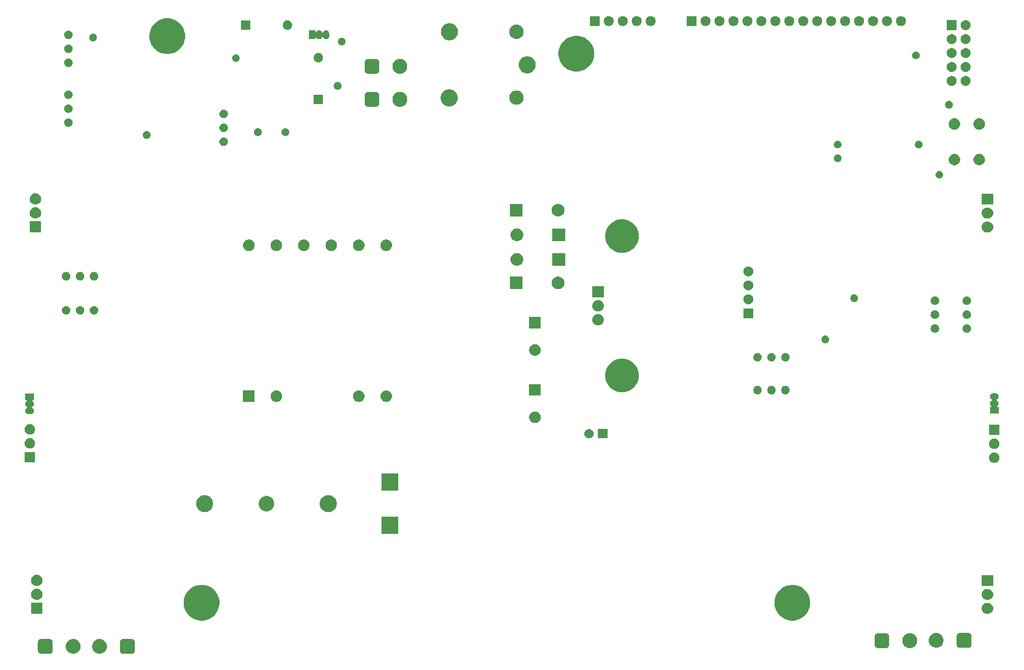
<source format=gbs>
G04 #@! TF.GenerationSoftware,KiCad,Pcbnew,(5.1.5)-3*
G04 #@! TF.CreationDate,2020-04-25T14:47:18+02:00*
G04 #@! TF.ProjectId,electro-load,656c6563-7472-46f2-9d6c-6f61642e6b69,rev?*
G04 #@! TF.SameCoordinates,Original*
G04 #@! TF.FileFunction,Soldermask,Bot*
G04 #@! TF.FilePolarity,Negative*
%FSLAX46Y46*%
G04 Gerber Fmt 4.6, Leading zero omitted, Abs format (unit mm)*
G04 Created by KiCad (PCBNEW (5.1.5)-3) date 2020-04-25 14:47:18*
%MOMM*%
%LPD*%
G04 APERTURE LIST*
%ADD10C,0.100000*%
G04 APERTURE END LIST*
D10*
G36*
X82357473Y-144361371D02*
G01*
X82472353Y-144396220D01*
X82578228Y-144452811D01*
X82671029Y-144528971D01*
X82747189Y-144621772D01*
X82803780Y-144727647D01*
X82838629Y-144842527D01*
X82851000Y-144968140D01*
X82851000Y-146431860D01*
X82838629Y-146557473D01*
X82803780Y-146672353D01*
X82747189Y-146778228D01*
X82671029Y-146871029D01*
X82578228Y-146947189D01*
X82472353Y-147003780D01*
X82357473Y-147038629D01*
X82231860Y-147051000D01*
X80768140Y-147051000D01*
X80642527Y-147038629D01*
X80527647Y-147003780D01*
X80421772Y-146947189D01*
X80328971Y-146871029D01*
X80252811Y-146778228D01*
X80196220Y-146672353D01*
X80161371Y-146557473D01*
X80149000Y-146431860D01*
X80149000Y-144968140D01*
X80161371Y-144842527D01*
X80196220Y-144727647D01*
X80252811Y-144621772D01*
X80328971Y-144528971D01*
X80421772Y-144452811D01*
X80527647Y-144396220D01*
X80642527Y-144361371D01*
X80768140Y-144349000D01*
X82231860Y-144349000D01*
X82357473Y-144361371D01*
G37*
G36*
X76814072Y-144400918D02*
G01*
X76963571Y-144462842D01*
X77059939Y-144502759D01*
X77125924Y-144546849D01*
X77281211Y-144650609D01*
X77469391Y-144838789D01*
X77505424Y-144892716D01*
X77593480Y-145024500D01*
X77617242Y-145060063D01*
X77719082Y-145305928D01*
X77771000Y-145566937D01*
X77771000Y-145833063D01*
X77747922Y-145949082D01*
X77719082Y-146094072D01*
X77617241Y-146339939D01*
X77555821Y-146431860D01*
X77469391Y-146561211D01*
X77281211Y-146749391D01*
X77171328Y-146822813D01*
X77059939Y-146897241D01*
X77059938Y-146897242D01*
X77059937Y-146897242D01*
X76814072Y-146999082D01*
X76553063Y-147051000D01*
X76286937Y-147051000D01*
X76025928Y-146999082D01*
X75780063Y-146897242D01*
X75780062Y-146897242D01*
X75780061Y-146897241D01*
X75668672Y-146822813D01*
X75558789Y-146749391D01*
X75370609Y-146561211D01*
X75284179Y-146431860D01*
X75222759Y-146339939D01*
X75120918Y-146094072D01*
X75092078Y-145949082D01*
X75069000Y-145833063D01*
X75069000Y-145566937D01*
X75120918Y-145305928D01*
X75222758Y-145060063D01*
X75246521Y-145024500D01*
X75334576Y-144892716D01*
X75370609Y-144838789D01*
X75558789Y-144650609D01*
X75714076Y-144546849D01*
X75780061Y-144502759D01*
X75876430Y-144462842D01*
X76025928Y-144400918D01*
X76286937Y-144349000D01*
X76553063Y-144349000D01*
X76814072Y-144400918D01*
G37*
G36*
X67407473Y-144361371D02*
G01*
X67522353Y-144396220D01*
X67628228Y-144452811D01*
X67721029Y-144528971D01*
X67797189Y-144621772D01*
X67853780Y-144727647D01*
X67888629Y-144842527D01*
X67901000Y-144968140D01*
X67901000Y-146431860D01*
X67888629Y-146557473D01*
X67853780Y-146672353D01*
X67797189Y-146778228D01*
X67721029Y-146871029D01*
X67628228Y-146947189D01*
X67522353Y-147003780D01*
X67407473Y-147038629D01*
X67281860Y-147051000D01*
X65818140Y-147051000D01*
X65692527Y-147038629D01*
X65577647Y-147003780D01*
X65471772Y-146947189D01*
X65378971Y-146871029D01*
X65302811Y-146778228D01*
X65246220Y-146672353D01*
X65211371Y-146557473D01*
X65199000Y-146431860D01*
X65199000Y-144968140D01*
X65211371Y-144842527D01*
X65246220Y-144727647D01*
X65302811Y-144621772D01*
X65378971Y-144528971D01*
X65471772Y-144452811D01*
X65577647Y-144396220D01*
X65692527Y-144361371D01*
X65818140Y-144349000D01*
X67281860Y-144349000D01*
X67407473Y-144361371D01*
G37*
G36*
X72024072Y-144400918D02*
G01*
X72173571Y-144462842D01*
X72269939Y-144502759D01*
X72335924Y-144546849D01*
X72491211Y-144650609D01*
X72679391Y-144838789D01*
X72715424Y-144892716D01*
X72803480Y-145024500D01*
X72827242Y-145060063D01*
X72929082Y-145305928D01*
X72981000Y-145566937D01*
X72981000Y-145833063D01*
X72957922Y-145949082D01*
X72929082Y-146094072D01*
X72827241Y-146339939D01*
X72765821Y-146431860D01*
X72679391Y-146561211D01*
X72491211Y-146749391D01*
X72381328Y-146822813D01*
X72269939Y-146897241D01*
X72269938Y-146897242D01*
X72269937Y-146897242D01*
X72024072Y-146999082D01*
X71763063Y-147051000D01*
X71496937Y-147051000D01*
X71235928Y-146999082D01*
X70990063Y-146897242D01*
X70990062Y-146897242D01*
X70990061Y-146897241D01*
X70878672Y-146822813D01*
X70768789Y-146749391D01*
X70580609Y-146561211D01*
X70494179Y-146431860D01*
X70432759Y-146339939D01*
X70330918Y-146094072D01*
X70302078Y-145949082D01*
X70279000Y-145833063D01*
X70279000Y-145566937D01*
X70330918Y-145305928D01*
X70432758Y-145060063D01*
X70456521Y-145024500D01*
X70544576Y-144892716D01*
X70580609Y-144838789D01*
X70768789Y-144650609D01*
X70924076Y-144546849D01*
X70990061Y-144502759D01*
X71086430Y-144462842D01*
X71235928Y-144400918D01*
X71496937Y-144349000D01*
X71763063Y-144349000D01*
X72024072Y-144400918D01*
G37*
G36*
X219657473Y-143311371D02*
G01*
X219772353Y-143346220D01*
X219878228Y-143402811D01*
X219971029Y-143478971D01*
X220047189Y-143571772D01*
X220103780Y-143677647D01*
X220138629Y-143792527D01*
X220151000Y-143918140D01*
X220151000Y-145381860D01*
X220138629Y-145507473D01*
X220103780Y-145622353D01*
X220047189Y-145728228D01*
X219971029Y-145821029D01*
X219878228Y-145897189D01*
X219772353Y-145953780D01*
X219657473Y-145988629D01*
X219531860Y-146001000D01*
X218068140Y-146001000D01*
X217942527Y-145988629D01*
X217827647Y-145953780D01*
X217721772Y-145897189D01*
X217628971Y-145821029D01*
X217552811Y-145728228D01*
X217496220Y-145622353D01*
X217461371Y-145507473D01*
X217449000Y-145381860D01*
X217449000Y-143918140D01*
X217461371Y-143792527D01*
X217496220Y-143677647D01*
X217552811Y-143571772D01*
X217628971Y-143478971D01*
X217721772Y-143402811D01*
X217827647Y-143346220D01*
X217942527Y-143311371D01*
X218068140Y-143299000D01*
X219531860Y-143299000D01*
X219657473Y-143311371D01*
G37*
G36*
X224274072Y-143350918D02*
G01*
X224462510Y-143428971D01*
X224519939Y-143452759D01*
X224585924Y-143496849D01*
X224741211Y-143600609D01*
X224929391Y-143788789D01*
X224932015Y-143792716D01*
X225053480Y-143974500D01*
X225077242Y-144010063D01*
X225179082Y-144255928D01*
X225231000Y-144516937D01*
X225231000Y-144783063D01*
X225179082Y-145044072D01*
X225097953Y-145239937D01*
X225077241Y-145289939D01*
X225049230Y-145331860D01*
X224929391Y-145511211D01*
X224741211Y-145699391D01*
X224660754Y-145753151D01*
X224519939Y-145847241D01*
X224519938Y-145847242D01*
X224519937Y-145847242D01*
X224274072Y-145949082D01*
X224013063Y-146001000D01*
X223746937Y-146001000D01*
X223485928Y-145949082D01*
X223240063Y-145847242D01*
X223240062Y-145847242D01*
X223240061Y-145847241D01*
X223099246Y-145753151D01*
X223018789Y-145699391D01*
X222830609Y-145511211D01*
X222710770Y-145331860D01*
X222682759Y-145289939D01*
X222662048Y-145239937D01*
X222580918Y-145044072D01*
X222529000Y-144783063D01*
X222529000Y-144516937D01*
X222580918Y-144255928D01*
X222682758Y-144010063D01*
X222706521Y-143974500D01*
X222827985Y-143792716D01*
X222830609Y-143788789D01*
X223018789Y-143600609D01*
X223174076Y-143496849D01*
X223240061Y-143452759D01*
X223297491Y-143428971D01*
X223485928Y-143350918D01*
X223746937Y-143299000D01*
X224013063Y-143299000D01*
X224274072Y-143350918D01*
G37*
G36*
X234607473Y-143261371D02*
G01*
X234722353Y-143296220D01*
X234828228Y-143352811D01*
X234921029Y-143428971D01*
X234997189Y-143521772D01*
X235053780Y-143627647D01*
X235088629Y-143742527D01*
X235101000Y-143868140D01*
X235101000Y-145331860D01*
X235088629Y-145457473D01*
X235053780Y-145572353D01*
X234997189Y-145678228D01*
X234921029Y-145771029D01*
X234828228Y-145847189D01*
X234722353Y-145903780D01*
X234607473Y-145938629D01*
X234481860Y-145951000D01*
X233018140Y-145951000D01*
X232892527Y-145938629D01*
X232777647Y-145903780D01*
X232671772Y-145847189D01*
X232578971Y-145771029D01*
X232502811Y-145678228D01*
X232446220Y-145572353D01*
X232411371Y-145457473D01*
X232399000Y-145331860D01*
X232399000Y-143868140D01*
X232411371Y-143742527D01*
X232446220Y-143627647D01*
X232502811Y-143521772D01*
X232578971Y-143428971D01*
X232671772Y-143352811D01*
X232777647Y-143296220D01*
X232892527Y-143261371D01*
X233018140Y-143249000D01*
X234481860Y-143249000D01*
X234607473Y-143261371D01*
G37*
G36*
X229064072Y-143300918D02*
G01*
X229213571Y-143362842D01*
X229309939Y-143402759D01*
X229375924Y-143446849D01*
X229531211Y-143550609D01*
X229719391Y-143738789D01*
X229752799Y-143788788D01*
X229843480Y-143924500D01*
X229867242Y-143960063D01*
X229969082Y-144205928D01*
X230021000Y-144466937D01*
X230021000Y-144733063D01*
X230011054Y-144783063D01*
X229969082Y-144994072D01*
X229867241Y-145239939D01*
X229805821Y-145331860D01*
X229719391Y-145461211D01*
X229531211Y-145649391D01*
X229456382Y-145699390D01*
X229309939Y-145797241D01*
X229309938Y-145797242D01*
X229309937Y-145797242D01*
X229064072Y-145899082D01*
X228803063Y-145951000D01*
X228536937Y-145951000D01*
X228275928Y-145899082D01*
X228030063Y-145797242D01*
X228030062Y-145797242D01*
X228030061Y-145797241D01*
X227883618Y-145699390D01*
X227808789Y-145649391D01*
X227620609Y-145461211D01*
X227534179Y-145331860D01*
X227472759Y-145239939D01*
X227370918Y-144994072D01*
X227328946Y-144783063D01*
X227319000Y-144733063D01*
X227319000Y-144466937D01*
X227370918Y-144205928D01*
X227472758Y-143960063D01*
X227496521Y-143924500D01*
X227587201Y-143788788D01*
X227620609Y-143738789D01*
X227808789Y-143550609D01*
X227964076Y-143446849D01*
X228030061Y-143402759D01*
X228126430Y-143362842D01*
X228275928Y-143300918D01*
X228536937Y-143249000D01*
X228803063Y-143249000D01*
X229064072Y-143300918D01*
G37*
G36*
X203134239Y-134561467D02*
G01*
X203448282Y-134623934D01*
X204039926Y-134869001D01*
X204329523Y-135062504D01*
X204572391Y-135224783D01*
X205025217Y-135677609D01*
X205040388Y-135700314D01*
X205380999Y-136210074D01*
X205625442Y-136800212D01*
X205626066Y-136801719D01*
X205751000Y-137429803D01*
X205751000Y-138070197D01*
X205721244Y-138219788D01*
X205626066Y-138698282D01*
X205380999Y-139289926D01*
X205025216Y-139822392D01*
X204572392Y-140275216D01*
X204039926Y-140630999D01*
X203448282Y-140876066D01*
X203134239Y-140938533D01*
X202820197Y-141001000D01*
X202179803Y-141001000D01*
X201865761Y-140938533D01*
X201551718Y-140876066D01*
X200960074Y-140630999D01*
X200427608Y-140275216D01*
X199974784Y-139822392D01*
X199619001Y-139289926D01*
X199373934Y-138698282D01*
X199278756Y-138219788D01*
X199249000Y-138070197D01*
X199249000Y-137429803D01*
X199373934Y-136801719D01*
X199374558Y-136800212D01*
X199619001Y-136210074D01*
X199959612Y-135700314D01*
X199974783Y-135677609D01*
X200427609Y-135224783D01*
X200670477Y-135062504D01*
X200960074Y-134869001D01*
X201551718Y-134623934D01*
X201865761Y-134561467D01*
X202179803Y-134499000D01*
X202820197Y-134499000D01*
X203134239Y-134561467D01*
G37*
G36*
X95634239Y-134561467D02*
G01*
X95948282Y-134623934D01*
X96539926Y-134869001D01*
X96829523Y-135062504D01*
X97072391Y-135224783D01*
X97525217Y-135677609D01*
X97540388Y-135700314D01*
X97880999Y-136210074D01*
X98125442Y-136800212D01*
X98126066Y-136801719D01*
X98251000Y-137429803D01*
X98251000Y-138070197D01*
X98221244Y-138219788D01*
X98126066Y-138698282D01*
X97880999Y-139289926D01*
X97525216Y-139822392D01*
X97072392Y-140275216D01*
X96539926Y-140630999D01*
X95948282Y-140876066D01*
X95634239Y-140938533D01*
X95320197Y-141001000D01*
X94679803Y-141001000D01*
X94365761Y-140938533D01*
X94051718Y-140876066D01*
X93460074Y-140630999D01*
X92927608Y-140275216D01*
X92474784Y-139822392D01*
X92119001Y-139289926D01*
X91873934Y-138698282D01*
X91778756Y-138219788D01*
X91749000Y-138070197D01*
X91749000Y-137429803D01*
X91873934Y-136801719D01*
X91874558Y-136800212D01*
X92119001Y-136210074D01*
X92459612Y-135700314D01*
X92474783Y-135677609D01*
X92927609Y-135224783D01*
X93170477Y-135062504D01*
X93460074Y-134869001D01*
X94051718Y-134623934D01*
X94365761Y-134561467D01*
X94679803Y-134499000D01*
X95320197Y-134499000D01*
X95634239Y-134561467D01*
G37*
G36*
X238145936Y-137781340D02*
G01*
X238244220Y-137791020D01*
X238433381Y-137848401D01*
X238607712Y-137941583D01*
X238760515Y-138066985D01*
X238885917Y-138219788D01*
X238979099Y-138394119D01*
X239036480Y-138583280D01*
X239055855Y-138780000D01*
X239036480Y-138976720D01*
X238979099Y-139165881D01*
X238885917Y-139340212D01*
X238760515Y-139493015D01*
X238607712Y-139618417D01*
X238433381Y-139711599D01*
X238244220Y-139768980D01*
X238145936Y-139778660D01*
X238096795Y-139783500D01*
X237903205Y-139783500D01*
X237854064Y-139778660D01*
X237755780Y-139768980D01*
X237566619Y-139711599D01*
X237392288Y-139618417D01*
X237239485Y-139493015D01*
X237114083Y-139340212D01*
X237020901Y-139165881D01*
X236963520Y-138976720D01*
X236944145Y-138780000D01*
X236963520Y-138583280D01*
X237020901Y-138394119D01*
X237114083Y-138219788D01*
X237239485Y-138066985D01*
X237392288Y-137941583D01*
X237566619Y-137848401D01*
X237755780Y-137791020D01*
X237854064Y-137781340D01*
X237903205Y-137776500D01*
X238096795Y-137776500D01*
X238145936Y-137781340D01*
G37*
G36*
X66051000Y-139753500D02*
G01*
X63949000Y-139753500D01*
X63949000Y-137746500D01*
X66051000Y-137746500D01*
X66051000Y-139753500D01*
G37*
G36*
X238145936Y-135241340D02*
G01*
X238244220Y-135251020D01*
X238433381Y-135308401D01*
X238607712Y-135401583D01*
X238760515Y-135526985D01*
X238885917Y-135679788D01*
X238979099Y-135854119D01*
X239036480Y-136043280D01*
X239055855Y-136240000D01*
X239036480Y-136436720D01*
X238979099Y-136625881D01*
X238885917Y-136800212D01*
X238760515Y-136953015D01*
X238607712Y-137078417D01*
X238433381Y-137171599D01*
X238244220Y-137228980D01*
X238145936Y-137238660D01*
X238096795Y-137243500D01*
X237903205Y-137243500D01*
X237854064Y-137238660D01*
X237755780Y-137228980D01*
X237566619Y-137171599D01*
X237392288Y-137078417D01*
X237239485Y-136953015D01*
X237114083Y-136800212D01*
X237020901Y-136625881D01*
X236963520Y-136436720D01*
X236944145Y-136240000D01*
X236963520Y-136043280D01*
X237020901Y-135854119D01*
X237114083Y-135679788D01*
X237239485Y-135526985D01*
X237392288Y-135401583D01*
X237566619Y-135308401D01*
X237755780Y-135251020D01*
X237854064Y-135241340D01*
X237903205Y-135236500D01*
X238096795Y-135236500D01*
X238145936Y-135241340D01*
G37*
G36*
X65145936Y-135211340D02*
G01*
X65244220Y-135221020D01*
X65433381Y-135278401D01*
X65607712Y-135371583D01*
X65760515Y-135496985D01*
X65885917Y-135649788D01*
X65979099Y-135824119D01*
X66036480Y-136013280D01*
X66055855Y-136210000D01*
X66036480Y-136406720D01*
X65979099Y-136595881D01*
X65885917Y-136770212D01*
X65760515Y-136923015D01*
X65607712Y-137048417D01*
X65433381Y-137141599D01*
X65244220Y-137198980D01*
X65145936Y-137208660D01*
X65096795Y-137213500D01*
X64903205Y-137213500D01*
X64854064Y-137208660D01*
X64755780Y-137198980D01*
X64566619Y-137141599D01*
X64392288Y-137048417D01*
X64239485Y-136923015D01*
X64114083Y-136770212D01*
X64020901Y-136595881D01*
X63963520Y-136406720D01*
X63944145Y-136210000D01*
X63963520Y-136013280D01*
X64020901Y-135824119D01*
X64114083Y-135649788D01*
X64239485Y-135496985D01*
X64392288Y-135371583D01*
X64566619Y-135278401D01*
X64755780Y-135221020D01*
X64854064Y-135211340D01*
X64903205Y-135206500D01*
X65096795Y-135206500D01*
X65145936Y-135211340D01*
G37*
G36*
X239051000Y-134703500D02*
G01*
X236949000Y-134703500D01*
X236949000Y-132696500D01*
X239051000Y-132696500D01*
X239051000Y-134703500D01*
G37*
G36*
X65145936Y-132671340D02*
G01*
X65244220Y-132681020D01*
X65433381Y-132738401D01*
X65607712Y-132831583D01*
X65760515Y-132956985D01*
X65885917Y-133109788D01*
X65979099Y-133284119D01*
X66036480Y-133473280D01*
X66055855Y-133670000D01*
X66036480Y-133866720D01*
X65979099Y-134055881D01*
X65885917Y-134230212D01*
X65760515Y-134383015D01*
X65607712Y-134508417D01*
X65433381Y-134601599D01*
X65244220Y-134658980D01*
X65145936Y-134668660D01*
X65096795Y-134673500D01*
X64903205Y-134673500D01*
X64854064Y-134668660D01*
X64755780Y-134658980D01*
X64566619Y-134601599D01*
X64392288Y-134508417D01*
X64239485Y-134383015D01*
X64114083Y-134230212D01*
X64020901Y-134055881D01*
X63963520Y-133866720D01*
X63944145Y-133670000D01*
X63963520Y-133473280D01*
X64020901Y-133284119D01*
X64114083Y-133109788D01*
X64239485Y-132956985D01*
X64392288Y-132831583D01*
X64566619Y-132738401D01*
X64755780Y-132681020D01*
X64854064Y-132671340D01*
X64903205Y-132666500D01*
X65096795Y-132666500D01*
X65145936Y-132671340D01*
G37*
G36*
X130801000Y-125211000D02*
G01*
X127699000Y-125211000D01*
X127699000Y-122109000D01*
X130801000Y-122109000D01*
X130801000Y-125211000D01*
G37*
G36*
X118352585Y-118178802D02*
G01*
X118502410Y-118208604D01*
X118784674Y-118325521D01*
X119038705Y-118495259D01*
X119254741Y-118711295D01*
X119424479Y-118965326D01*
X119541396Y-119247590D01*
X119601000Y-119547240D01*
X119601000Y-119852760D01*
X119541396Y-120152410D01*
X119424479Y-120434674D01*
X119254741Y-120688705D01*
X119038705Y-120904741D01*
X118784674Y-121074479D01*
X118502410Y-121191396D01*
X118352585Y-121221198D01*
X118202761Y-121251000D01*
X117897239Y-121251000D01*
X117747415Y-121221198D01*
X117597590Y-121191396D01*
X117315326Y-121074479D01*
X117061295Y-120904741D01*
X116845259Y-120688705D01*
X116675521Y-120434674D01*
X116558604Y-120152410D01*
X116499000Y-119852760D01*
X116499000Y-119547240D01*
X116558604Y-119247590D01*
X116675521Y-118965326D01*
X116845259Y-118711295D01*
X117061295Y-118495259D01*
X117315326Y-118325521D01*
X117597590Y-118208604D01*
X117747415Y-118178802D01*
X117897239Y-118149000D01*
X118202761Y-118149000D01*
X118352585Y-118178802D01*
G37*
G36*
X95852585Y-118178802D02*
G01*
X96002410Y-118208604D01*
X96284674Y-118325521D01*
X96538705Y-118495259D01*
X96754741Y-118711295D01*
X96924479Y-118965326D01*
X97041396Y-119247590D01*
X97101000Y-119547240D01*
X97101000Y-119852760D01*
X97041396Y-120152410D01*
X96924479Y-120434674D01*
X96754741Y-120688705D01*
X96538705Y-120904741D01*
X96284674Y-121074479D01*
X96002410Y-121191396D01*
X95852585Y-121221198D01*
X95702761Y-121251000D01*
X95397239Y-121251000D01*
X95247415Y-121221198D01*
X95097590Y-121191396D01*
X94815326Y-121074479D01*
X94561295Y-120904741D01*
X94345259Y-120688705D01*
X94175521Y-120434674D01*
X94058604Y-120152410D01*
X93999000Y-119852760D01*
X93999000Y-119547240D01*
X94058604Y-119247590D01*
X94175521Y-118965326D01*
X94345259Y-118711295D01*
X94561295Y-118495259D01*
X94815326Y-118325521D01*
X95097590Y-118208604D01*
X95247415Y-118178802D01*
X95397239Y-118149000D01*
X95702761Y-118149000D01*
X95852585Y-118178802D01*
G37*
G36*
X107118433Y-118334893D02*
G01*
X107208657Y-118352839D01*
X107314267Y-118396585D01*
X107463621Y-118458449D01*
X107539763Y-118509325D01*
X107693086Y-118611772D01*
X107888228Y-118806914D01*
X107990675Y-118960237D01*
X108041551Y-119036379D01*
X108103415Y-119185733D01*
X108129038Y-119247590D01*
X108147161Y-119291344D01*
X108201000Y-119562012D01*
X108201000Y-119837988D01*
X108198061Y-119852761D01*
X108147161Y-120108657D01*
X108103415Y-120214267D01*
X108041551Y-120363621D01*
X108041550Y-120363622D01*
X107888228Y-120593086D01*
X107693086Y-120788228D01*
X107539763Y-120890675D01*
X107463621Y-120941551D01*
X107314267Y-121003415D01*
X107208657Y-121047161D01*
X107118433Y-121065107D01*
X106937988Y-121101000D01*
X106662012Y-121101000D01*
X106481567Y-121065107D01*
X106391343Y-121047161D01*
X106285733Y-121003415D01*
X106136379Y-120941551D01*
X106060237Y-120890675D01*
X105906914Y-120788228D01*
X105711772Y-120593086D01*
X105558450Y-120363622D01*
X105558449Y-120363621D01*
X105496585Y-120214267D01*
X105452839Y-120108657D01*
X105401939Y-119852761D01*
X105399000Y-119837988D01*
X105399000Y-119562012D01*
X105452839Y-119291344D01*
X105470963Y-119247590D01*
X105496585Y-119185733D01*
X105558449Y-119036379D01*
X105609325Y-118960237D01*
X105711772Y-118806914D01*
X105906914Y-118611772D01*
X106060237Y-118509325D01*
X106136379Y-118458449D01*
X106285733Y-118396585D01*
X106391343Y-118352839D01*
X106481567Y-118334893D01*
X106662012Y-118299000D01*
X106937988Y-118299000D01*
X107118433Y-118334893D01*
G37*
G36*
X130801000Y-117291000D02*
G01*
X127699000Y-117291000D01*
X127699000Y-114189000D01*
X130801000Y-114189000D01*
X130801000Y-117291000D01*
G37*
G36*
X239527395Y-110415546D02*
G01*
X239700466Y-110487234D01*
X239700467Y-110487235D01*
X239856227Y-110591310D01*
X239988690Y-110723773D01*
X239988691Y-110723775D01*
X240092766Y-110879534D01*
X240164454Y-111052605D01*
X240201000Y-111236333D01*
X240201000Y-111423667D01*
X240164454Y-111607395D01*
X240092766Y-111780466D01*
X240092765Y-111780467D01*
X239988690Y-111936227D01*
X239856227Y-112068690D01*
X239777818Y-112121081D01*
X239700466Y-112172766D01*
X239527395Y-112244454D01*
X239343667Y-112281000D01*
X239156333Y-112281000D01*
X238972605Y-112244454D01*
X238799534Y-112172766D01*
X238722182Y-112121081D01*
X238643773Y-112068690D01*
X238511310Y-111936227D01*
X238407235Y-111780467D01*
X238407234Y-111780466D01*
X238335546Y-111607395D01*
X238299000Y-111423667D01*
X238299000Y-111236333D01*
X238335546Y-111052605D01*
X238407234Y-110879534D01*
X238511309Y-110723775D01*
X238511310Y-110723773D01*
X238643773Y-110591310D01*
X238799533Y-110487235D01*
X238799534Y-110487234D01*
X238972605Y-110415546D01*
X239156333Y-110379000D01*
X239343667Y-110379000D01*
X239527395Y-110415546D01*
G37*
G36*
X64701000Y-112201000D02*
G01*
X62799000Y-112201000D01*
X62799000Y-110299000D01*
X64701000Y-110299000D01*
X64701000Y-112201000D01*
G37*
G36*
X239527395Y-107875546D02*
G01*
X239700466Y-107947234D01*
X239736498Y-107971310D01*
X239856227Y-108051310D01*
X239988690Y-108183773D01*
X239988691Y-108183775D01*
X240092766Y-108339534D01*
X240164454Y-108512605D01*
X240201000Y-108696333D01*
X240201000Y-108883667D01*
X240164454Y-109067395D01*
X240092766Y-109240466D01*
X240092765Y-109240467D01*
X239988690Y-109396227D01*
X239856227Y-109528690D01*
X239777818Y-109581081D01*
X239700466Y-109632766D01*
X239527395Y-109704454D01*
X239343667Y-109741000D01*
X239156333Y-109741000D01*
X238972605Y-109704454D01*
X238799534Y-109632766D01*
X238722182Y-109581081D01*
X238643773Y-109528690D01*
X238511310Y-109396227D01*
X238407235Y-109240467D01*
X238407234Y-109240466D01*
X238335546Y-109067395D01*
X238299000Y-108883667D01*
X238299000Y-108696333D01*
X238335546Y-108512605D01*
X238407234Y-108339534D01*
X238511309Y-108183775D01*
X238511310Y-108183773D01*
X238643773Y-108051310D01*
X238763502Y-107971310D01*
X238799534Y-107947234D01*
X238972605Y-107875546D01*
X239156333Y-107839000D01*
X239343667Y-107839000D01*
X239527395Y-107875546D01*
G37*
G36*
X64027395Y-107795546D02*
G01*
X64200466Y-107867234D01*
X64212907Y-107875547D01*
X64356227Y-107971310D01*
X64488690Y-108103773D01*
X64488691Y-108103775D01*
X64592766Y-108259534D01*
X64664454Y-108432605D01*
X64701000Y-108616333D01*
X64701000Y-108803667D01*
X64664454Y-108987395D01*
X64592766Y-109160466D01*
X64592765Y-109160467D01*
X64488690Y-109316227D01*
X64356227Y-109448690D01*
X64277818Y-109501081D01*
X64200466Y-109552766D01*
X64027395Y-109624454D01*
X63843667Y-109661000D01*
X63656333Y-109661000D01*
X63472605Y-109624454D01*
X63299534Y-109552766D01*
X63222182Y-109501081D01*
X63143773Y-109448690D01*
X63011310Y-109316227D01*
X62907235Y-109160467D01*
X62907234Y-109160466D01*
X62835546Y-108987395D01*
X62799000Y-108803667D01*
X62799000Y-108616333D01*
X62835546Y-108432605D01*
X62907234Y-108259534D01*
X63011309Y-108103775D01*
X63011310Y-108103773D01*
X63143773Y-107971310D01*
X63287093Y-107875547D01*
X63299534Y-107867234D01*
X63472605Y-107795546D01*
X63656333Y-107759000D01*
X63843667Y-107759000D01*
X64027395Y-107795546D01*
G37*
G36*
X168851000Y-107801000D02*
G01*
X167149000Y-107801000D01*
X167149000Y-106099000D01*
X168851000Y-106099000D01*
X168851000Y-107801000D01*
G37*
G36*
X165748228Y-106131703D02*
G01*
X165903100Y-106195853D01*
X166042481Y-106288985D01*
X166161015Y-106407519D01*
X166254147Y-106546900D01*
X166318297Y-106701772D01*
X166351000Y-106866184D01*
X166351000Y-107033816D01*
X166318297Y-107198228D01*
X166254147Y-107353100D01*
X166161015Y-107492481D01*
X166042481Y-107611015D01*
X165903100Y-107704147D01*
X165748228Y-107768297D01*
X165583816Y-107801000D01*
X165416184Y-107801000D01*
X165251772Y-107768297D01*
X165096900Y-107704147D01*
X164957519Y-107611015D01*
X164838985Y-107492481D01*
X164745853Y-107353100D01*
X164681703Y-107198228D01*
X164649000Y-107033816D01*
X164649000Y-106866184D01*
X164681703Y-106701772D01*
X164745853Y-106546900D01*
X164838985Y-106407519D01*
X164957519Y-106288985D01*
X165096900Y-106195853D01*
X165251772Y-106131703D01*
X165416184Y-106099000D01*
X165583816Y-106099000D01*
X165748228Y-106131703D01*
G37*
G36*
X240201000Y-107201000D02*
G01*
X238299000Y-107201000D01*
X238299000Y-105299000D01*
X240201000Y-105299000D01*
X240201000Y-107201000D01*
G37*
G36*
X64027395Y-105255546D02*
G01*
X64200466Y-105327234D01*
X64200467Y-105327235D01*
X64356227Y-105431310D01*
X64488690Y-105563773D01*
X64488691Y-105563775D01*
X64592766Y-105719534D01*
X64664454Y-105892605D01*
X64701000Y-106076333D01*
X64701000Y-106263667D01*
X64664454Y-106447395D01*
X64592766Y-106620466D01*
X64592765Y-106620467D01*
X64488690Y-106776227D01*
X64356227Y-106908690D01*
X64277818Y-106961081D01*
X64200466Y-107012766D01*
X64027395Y-107084454D01*
X63843667Y-107121000D01*
X63656333Y-107121000D01*
X63472605Y-107084454D01*
X63299534Y-107012766D01*
X63222182Y-106961081D01*
X63143773Y-106908690D01*
X63011310Y-106776227D01*
X62907235Y-106620467D01*
X62907234Y-106620466D01*
X62835546Y-106447395D01*
X62799000Y-106263667D01*
X62799000Y-106076333D01*
X62835546Y-105892605D01*
X62907234Y-105719534D01*
X63011309Y-105563775D01*
X63011310Y-105563773D01*
X63143773Y-105431310D01*
X63299533Y-105327235D01*
X63299534Y-105327234D01*
X63472605Y-105255546D01*
X63656333Y-105219000D01*
X63843667Y-105219000D01*
X64027395Y-105255546D01*
G37*
G36*
X155956564Y-102939389D02*
G01*
X156147833Y-103018615D01*
X156147835Y-103018616D01*
X156286928Y-103111555D01*
X156319973Y-103133635D01*
X156466365Y-103280027D01*
X156581385Y-103452167D01*
X156660611Y-103643436D01*
X156701000Y-103846484D01*
X156701000Y-104053516D01*
X156660611Y-104256564D01*
X156581385Y-104447833D01*
X156581384Y-104447835D01*
X156466365Y-104619973D01*
X156319973Y-104766365D01*
X156147835Y-104881384D01*
X156147834Y-104881385D01*
X156147833Y-104881385D01*
X155956564Y-104960611D01*
X155753516Y-105001000D01*
X155546484Y-105001000D01*
X155343436Y-104960611D01*
X155152167Y-104881385D01*
X155152166Y-104881385D01*
X155152165Y-104881384D01*
X154980027Y-104766365D01*
X154833635Y-104619973D01*
X154718616Y-104447835D01*
X154718615Y-104447833D01*
X154639389Y-104256564D01*
X154599000Y-104053516D01*
X154599000Y-103846484D01*
X154639389Y-103643436D01*
X154718615Y-103452167D01*
X154833635Y-103280027D01*
X154980027Y-103133635D01*
X155013072Y-103111555D01*
X155152165Y-103018616D01*
X155152167Y-103018615D01*
X155343436Y-102939389D01*
X155546484Y-102899000D01*
X155753516Y-102899000D01*
X155956564Y-102939389D01*
G37*
G36*
X64501000Y-100826000D02*
G01*
X64336660Y-100826000D01*
X64312274Y-100828402D01*
X64288825Y-100835515D01*
X64267214Y-100847066D01*
X64248272Y-100862611D01*
X64232727Y-100881553D01*
X64221176Y-100903164D01*
X64214063Y-100926613D01*
X64211661Y-100950999D01*
X64214063Y-100975385D01*
X64221176Y-100998834D01*
X64232727Y-101020445D01*
X64248272Y-101039387D01*
X64257345Y-101047609D01*
X64334264Y-101110736D01*
X64406244Y-101198443D01*
X64440429Y-101262399D01*
X64459728Y-101298505D01*
X64459729Y-101298508D01*
X64492666Y-101407084D01*
X64503787Y-101520000D01*
X64492666Y-101632916D01*
X64459729Y-101741492D01*
X64459728Y-101741495D01*
X64440429Y-101777601D01*
X64406244Y-101841557D01*
X64334264Y-101929264D01*
X64246557Y-102001244D01*
X64165141Y-102044761D01*
X64144766Y-102058375D01*
X64127439Y-102075702D01*
X64113826Y-102096076D01*
X64104448Y-102118715D01*
X64099668Y-102142748D01*
X64099668Y-102167252D01*
X64104448Y-102191285D01*
X64113826Y-102213924D01*
X64127440Y-102234299D01*
X64144767Y-102251626D01*
X64165141Y-102265239D01*
X64246557Y-102308756D01*
X64334264Y-102380736D01*
X64406244Y-102468443D01*
X64440429Y-102532399D01*
X64459728Y-102568505D01*
X64459729Y-102568508D01*
X64492666Y-102677084D01*
X64503787Y-102790000D01*
X64492666Y-102902916D01*
X64459729Y-103011492D01*
X64459728Y-103011495D01*
X64440429Y-103047601D01*
X64406244Y-103111557D01*
X64334264Y-103199264D01*
X64246557Y-103271244D01*
X64182601Y-103305429D01*
X64146495Y-103324728D01*
X64146492Y-103324729D01*
X64037916Y-103357666D01*
X63953298Y-103366000D01*
X63446702Y-103366000D01*
X63362084Y-103357666D01*
X63253508Y-103324729D01*
X63253505Y-103324728D01*
X63217399Y-103305429D01*
X63153443Y-103271244D01*
X63065736Y-103199264D01*
X62993756Y-103111557D01*
X62959571Y-103047601D01*
X62940272Y-103011495D01*
X62940271Y-103011492D01*
X62907334Y-102902916D01*
X62896213Y-102790000D01*
X62907334Y-102677084D01*
X62940271Y-102568508D01*
X62940272Y-102568505D01*
X62959571Y-102532399D01*
X62993756Y-102468443D01*
X63065736Y-102380736D01*
X63153443Y-102308756D01*
X63234859Y-102265239D01*
X63255234Y-102251625D01*
X63272561Y-102234298D01*
X63286174Y-102213924D01*
X63295552Y-102191285D01*
X63300332Y-102167252D01*
X63300332Y-102142748D01*
X63295552Y-102118715D01*
X63286174Y-102096076D01*
X63272560Y-102075701D01*
X63255233Y-102058374D01*
X63234859Y-102044761D01*
X63153443Y-102001244D01*
X63065736Y-101929264D01*
X62993756Y-101841557D01*
X62959571Y-101777601D01*
X62940272Y-101741495D01*
X62940271Y-101741492D01*
X62907334Y-101632916D01*
X62896213Y-101520000D01*
X62907334Y-101407084D01*
X62940271Y-101298508D01*
X62940272Y-101298505D01*
X62959571Y-101262399D01*
X62993756Y-101198443D01*
X63065736Y-101110736D01*
X63142646Y-101047617D01*
X63159965Y-101030298D01*
X63173579Y-101009923D01*
X63182957Y-100987284D01*
X63187737Y-100963251D01*
X63187737Y-100938747D01*
X63182957Y-100914714D01*
X63173579Y-100892075D01*
X63159966Y-100871701D01*
X63142639Y-100854374D01*
X63122264Y-100840760D01*
X63099625Y-100831382D01*
X63075592Y-100826602D01*
X63063340Y-100826000D01*
X62899000Y-100826000D01*
X62899000Y-99674000D01*
X64501000Y-99674000D01*
X64501000Y-100826000D01*
G37*
G36*
X239587916Y-99592334D02*
G01*
X239696492Y-99625271D01*
X239696495Y-99625272D01*
X239732601Y-99644571D01*
X239796557Y-99678756D01*
X239884264Y-99750736D01*
X239956244Y-99838443D01*
X239990429Y-99902399D01*
X240009728Y-99938505D01*
X240009729Y-99938508D01*
X240042666Y-100047084D01*
X240053787Y-100160000D01*
X240042666Y-100272916D01*
X240009729Y-100381492D01*
X240009728Y-100381495D01*
X239990429Y-100417601D01*
X239956244Y-100481557D01*
X239884264Y-100569264D01*
X239796557Y-100641244D01*
X239715141Y-100684761D01*
X239694766Y-100698375D01*
X239677439Y-100715702D01*
X239663826Y-100736076D01*
X239654448Y-100758715D01*
X239649668Y-100782748D01*
X239649668Y-100807252D01*
X239654448Y-100831285D01*
X239663826Y-100853924D01*
X239677440Y-100874299D01*
X239694767Y-100891626D01*
X239715141Y-100905239D01*
X239796557Y-100948756D01*
X239884264Y-101020736D01*
X239956244Y-101108443D01*
X239990429Y-101172399D01*
X240009728Y-101208505D01*
X240009729Y-101208508D01*
X240042666Y-101317084D01*
X240053787Y-101430000D01*
X240042666Y-101542916D01*
X240015364Y-101632916D01*
X240009728Y-101651495D01*
X239990429Y-101687601D01*
X239956244Y-101751557D01*
X239884264Y-101839264D01*
X239807354Y-101902383D01*
X239790035Y-101919702D01*
X239776421Y-101940077D01*
X239767043Y-101962716D01*
X239762263Y-101986749D01*
X239762263Y-102011253D01*
X239767043Y-102035286D01*
X239776421Y-102057925D01*
X239790034Y-102078299D01*
X239807361Y-102095626D01*
X239827736Y-102109240D01*
X239850375Y-102118618D01*
X239874408Y-102123398D01*
X239886660Y-102124000D01*
X240051000Y-102124000D01*
X240051000Y-103276000D01*
X238449000Y-103276000D01*
X238449000Y-102124000D01*
X238613340Y-102124000D01*
X238637726Y-102121598D01*
X238661175Y-102114485D01*
X238682786Y-102102934D01*
X238701728Y-102087389D01*
X238717273Y-102068447D01*
X238728824Y-102046836D01*
X238735937Y-102023387D01*
X238738339Y-101999001D01*
X238735937Y-101974615D01*
X238728824Y-101951166D01*
X238717273Y-101929555D01*
X238701728Y-101910613D01*
X238692655Y-101902391D01*
X238615736Y-101839264D01*
X238543756Y-101751557D01*
X238509571Y-101687601D01*
X238490272Y-101651495D01*
X238484636Y-101632916D01*
X238457334Y-101542916D01*
X238446213Y-101430000D01*
X238457334Y-101317084D01*
X238490271Y-101208508D01*
X238490272Y-101208505D01*
X238509571Y-101172399D01*
X238543756Y-101108443D01*
X238615736Y-101020736D01*
X238703443Y-100948756D01*
X238784859Y-100905239D01*
X238805234Y-100891625D01*
X238822561Y-100874298D01*
X238836174Y-100853924D01*
X238845552Y-100831285D01*
X238850332Y-100807252D01*
X238850332Y-100782748D01*
X238845552Y-100758715D01*
X238836174Y-100736076D01*
X238822560Y-100715701D01*
X238805233Y-100698374D01*
X238784859Y-100684761D01*
X238703443Y-100641244D01*
X238615736Y-100569264D01*
X238543756Y-100481557D01*
X238509571Y-100417601D01*
X238490272Y-100381495D01*
X238490271Y-100381492D01*
X238457334Y-100272916D01*
X238446213Y-100160000D01*
X238457334Y-100047084D01*
X238490271Y-99938508D01*
X238490272Y-99938505D01*
X238509571Y-99902399D01*
X238543756Y-99838443D01*
X238615736Y-99750736D01*
X238703443Y-99678756D01*
X238767399Y-99644571D01*
X238803505Y-99625272D01*
X238803508Y-99625271D01*
X238912084Y-99592334D01*
X238996702Y-99584000D01*
X239503298Y-99584000D01*
X239587916Y-99592334D01*
G37*
G36*
X123906564Y-99089389D02*
G01*
X124097833Y-99168615D01*
X124097835Y-99168616D01*
X124269973Y-99283635D01*
X124416365Y-99430027D01*
X124529186Y-99598875D01*
X124531385Y-99602167D01*
X124610611Y-99793436D01*
X124651000Y-99996484D01*
X124651000Y-100203516D01*
X124610611Y-100406564D01*
X124531385Y-100597833D01*
X124531384Y-100597835D01*
X124416365Y-100769973D01*
X124269973Y-100916365D01*
X124097835Y-101031384D01*
X124097834Y-101031385D01*
X124097833Y-101031385D01*
X123906564Y-101110611D01*
X123703516Y-101151000D01*
X123496484Y-101151000D01*
X123293436Y-101110611D01*
X123102167Y-101031385D01*
X123102166Y-101031385D01*
X123102165Y-101031384D01*
X122930027Y-100916365D01*
X122783635Y-100769973D01*
X122668616Y-100597835D01*
X122668615Y-100597833D01*
X122589389Y-100406564D01*
X122549000Y-100203516D01*
X122549000Y-99996484D01*
X122589389Y-99793436D01*
X122668615Y-99602167D01*
X122670815Y-99598875D01*
X122783635Y-99430027D01*
X122930027Y-99283635D01*
X123102165Y-99168616D01*
X123102167Y-99168615D01*
X123293436Y-99089389D01*
X123496484Y-99049000D01*
X123703516Y-99049000D01*
X123906564Y-99089389D01*
G37*
G36*
X104651000Y-101151000D02*
G01*
X102549000Y-101151000D01*
X102549000Y-99049000D01*
X104651000Y-99049000D01*
X104651000Y-101151000D01*
G37*
G36*
X108906564Y-99089389D02*
G01*
X109097833Y-99168615D01*
X109097835Y-99168616D01*
X109269973Y-99283635D01*
X109416365Y-99430027D01*
X109529186Y-99598875D01*
X109531385Y-99602167D01*
X109610611Y-99793436D01*
X109651000Y-99996484D01*
X109651000Y-100203516D01*
X109610611Y-100406564D01*
X109531385Y-100597833D01*
X109531384Y-100597835D01*
X109416365Y-100769973D01*
X109269973Y-100916365D01*
X109097835Y-101031384D01*
X109097834Y-101031385D01*
X109097833Y-101031385D01*
X108906564Y-101110611D01*
X108703516Y-101151000D01*
X108496484Y-101151000D01*
X108293436Y-101110611D01*
X108102167Y-101031385D01*
X108102166Y-101031385D01*
X108102165Y-101031384D01*
X107930027Y-100916365D01*
X107783635Y-100769973D01*
X107668616Y-100597835D01*
X107668615Y-100597833D01*
X107589389Y-100406564D01*
X107549000Y-100203516D01*
X107549000Y-99996484D01*
X107589389Y-99793436D01*
X107668615Y-99602167D01*
X107670815Y-99598875D01*
X107783635Y-99430027D01*
X107930027Y-99283635D01*
X108102165Y-99168616D01*
X108102167Y-99168615D01*
X108293436Y-99089389D01*
X108496484Y-99049000D01*
X108703516Y-99049000D01*
X108906564Y-99089389D01*
G37*
G36*
X128906564Y-99089389D02*
G01*
X129097833Y-99168615D01*
X129097835Y-99168616D01*
X129269973Y-99283635D01*
X129416365Y-99430027D01*
X129529186Y-99598875D01*
X129531385Y-99602167D01*
X129610611Y-99793436D01*
X129651000Y-99996484D01*
X129651000Y-100203516D01*
X129610611Y-100406564D01*
X129531385Y-100597833D01*
X129531384Y-100597835D01*
X129416365Y-100769973D01*
X129269973Y-100916365D01*
X129097835Y-101031384D01*
X129097834Y-101031385D01*
X129097833Y-101031385D01*
X128906564Y-101110611D01*
X128703516Y-101151000D01*
X128496484Y-101151000D01*
X128293436Y-101110611D01*
X128102167Y-101031385D01*
X128102166Y-101031385D01*
X128102165Y-101031384D01*
X127930027Y-100916365D01*
X127783635Y-100769973D01*
X127668616Y-100597835D01*
X127668615Y-100597833D01*
X127589389Y-100406564D01*
X127549000Y-100203516D01*
X127549000Y-99996484D01*
X127589389Y-99793436D01*
X127668615Y-99602167D01*
X127670815Y-99598875D01*
X127783635Y-99430027D01*
X127930027Y-99283635D01*
X128102165Y-99168616D01*
X128102167Y-99168615D01*
X128293436Y-99089389D01*
X128496484Y-99049000D01*
X128703516Y-99049000D01*
X128906564Y-99089389D01*
G37*
G36*
X156701000Y-100001000D02*
G01*
X154599000Y-100001000D01*
X154599000Y-97899000D01*
X156701000Y-97899000D01*
X156701000Y-100001000D01*
G37*
G36*
X201375589Y-98238876D02*
G01*
X201474893Y-98258629D01*
X201615206Y-98316748D01*
X201741484Y-98401125D01*
X201848875Y-98508516D01*
X201933252Y-98634794D01*
X201991371Y-98775107D01*
X202021000Y-98924063D01*
X202021000Y-99075937D01*
X201991371Y-99224893D01*
X201933252Y-99365206D01*
X201848875Y-99491484D01*
X201741484Y-99598875D01*
X201615206Y-99683252D01*
X201474893Y-99741371D01*
X201375589Y-99761124D01*
X201325938Y-99771000D01*
X201174062Y-99771000D01*
X201124411Y-99761124D01*
X201025107Y-99741371D01*
X200884794Y-99683252D01*
X200758516Y-99598875D01*
X200651125Y-99491484D01*
X200566748Y-99365206D01*
X200508629Y-99224893D01*
X200479000Y-99075937D01*
X200479000Y-98924063D01*
X200508629Y-98775107D01*
X200566748Y-98634794D01*
X200651125Y-98508516D01*
X200758516Y-98401125D01*
X200884794Y-98316748D01*
X201025107Y-98258629D01*
X201124411Y-98238876D01*
X201174062Y-98229000D01*
X201325938Y-98229000D01*
X201375589Y-98238876D01*
G37*
G36*
X198835589Y-98238876D02*
G01*
X198934893Y-98258629D01*
X199075206Y-98316748D01*
X199201484Y-98401125D01*
X199308875Y-98508516D01*
X199393252Y-98634794D01*
X199451371Y-98775107D01*
X199481000Y-98924063D01*
X199481000Y-99075937D01*
X199451371Y-99224893D01*
X199393252Y-99365206D01*
X199308875Y-99491484D01*
X199201484Y-99598875D01*
X199075206Y-99683252D01*
X198934893Y-99741371D01*
X198835589Y-99761124D01*
X198785938Y-99771000D01*
X198634062Y-99771000D01*
X198584411Y-99761124D01*
X198485107Y-99741371D01*
X198344794Y-99683252D01*
X198218516Y-99598875D01*
X198111125Y-99491484D01*
X198026748Y-99365206D01*
X197968629Y-99224893D01*
X197939000Y-99075937D01*
X197939000Y-98924063D01*
X197968629Y-98775107D01*
X198026748Y-98634794D01*
X198111125Y-98508516D01*
X198218516Y-98401125D01*
X198344794Y-98316748D01*
X198485107Y-98258629D01*
X198584411Y-98238876D01*
X198634062Y-98229000D01*
X198785938Y-98229000D01*
X198835589Y-98238876D01*
G37*
G36*
X196295589Y-98238876D02*
G01*
X196394893Y-98258629D01*
X196535206Y-98316748D01*
X196661484Y-98401125D01*
X196768875Y-98508516D01*
X196853252Y-98634794D01*
X196911371Y-98775107D01*
X196941000Y-98924063D01*
X196941000Y-99075937D01*
X196911371Y-99224893D01*
X196853252Y-99365206D01*
X196768875Y-99491484D01*
X196661484Y-99598875D01*
X196535206Y-99683252D01*
X196394893Y-99741371D01*
X196295589Y-99761124D01*
X196245938Y-99771000D01*
X196094062Y-99771000D01*
X196044411Y-99761124D01*
X195945107Y-99741371D01*
X195804794Y-99683252D01*
X195678516Y-99598875D01*
X195571125Y-99491484D01*
X195486748Y-99365206D01*
X195428629Y-99224893D01*
X195399000Y-99075937D01*
X195399000Y-98924063D01*
X195428629Y-98775107D01*
X195486748Y-98634794D01*
X195571125Y-98508516D01*
X195678516Y-98401125D01*
X195804794Y-98316748D01*
X195945107Y-98258629D01*
X196044411Y-98238876D01*
X196094062Y-98229000D01*
X196245938Y-98229000D01*
X196295589Y-98238876D01*
G37*
G36*
X172389943Y-93401602D02*
G01*
X172945189Y-93631592D01*
X172945190Y-93631593D01*
X173444899Y-93965488D01*
X173869866Y-94390455D01*
X173869867Y-94390457D01*
X174203762Y-94890165D01*
X174433752Y-95445411D01*
X174551000Y-96034855D01*
X174551000Y-96635853D01*
X174433752Y-97225297D01*
X174203762Y-97780543D01*
X174203761Y-97780544D01*
X173869866Y-98280253D01*
X173444899Y-98705220D01*
X173193347Y-98873302D01*
X172945189Y-99039116D01*
X172389943Y-99269106D01*
X171800499Y-99386354D01*
X171199501Y-99386354D01*
X170610057Y-99269106D01*
X170054811Y-99039116D01*
X169806653Y-98873302D01*
X169555101Y-98705220D01*
X169130134Y-98280253D01*
X168796239Y-97780544D01*
X168796238Y-97780543D01*
X168566248Y-97225297D01*
X168449000Y-96635853D01*
X168449000Y-96034855D01*
X168566248Y-95445411D01*
X168796238Y-94890165D01*
X169130133Y-94390457D01*
X169130134Y-94390455D01*
X169555101Y-93965488D01*
X170054810Y-93631593D01*
X170054811Y-93631592D01*
X170610057Y-93401602D01*
X171199501Y-93284354D01*
X171800499Y-93284354D01*
X172389943Y-93401602D01*
G37*
G36*
X201375589Y-92238876D02*
G01*
X201474893Y-92258629D01*
X201615206Y-92316748D01*
X201741484Y-92401125D01*
X201848875Y-92508516D01*
X201933252Y-92634794D01*
X201991371Y-92775107D01*
X202021000Y-92924063D01*
X202021000Y-93075937D01*
X201991371Y-93224893D01*
X201933252Y-93365206D01*
X201848875Y-93491484D01*
X201741484Y-93598875D01*
X201615206Y-93683252D01*
X201474893Y-93741371D01*
X201375589Y-93761124D01*
X201325938Y-93771000D01*
X201174062Y-93771000D01*
X201124411Y-93761124D01*
X201025107Y-93741371D01*
X200884794Y-93683252D01*
X200758516Y-93598875D01*
X200651125Y-93491484D01*
X200566748Y-93365206D01*
X200508629Y-93224893D01*
X200479000Y-93075937D01*
X200479000Y-92924063D01*
X200508629Y-92775107D01*
X200566748Y-92634794D01*
X200651125Y-92508516D01*
X200758516Y-92401125D01*
X200884794Y-92316748D01*
X201025107Y-92258629D01*
X201124411Y-92238876D01*
X201174062Y-92229000D01*
X201325938Y-92229000D01*
X201375589Y-92238876D01*
G37*
G36*
X196295589Y-92238876D02*
G01*
X196394893Y-92258629D01*
X196535206Y-92316748D01*
X196661484Y-92401125D01*
X196768875Y-92508516D01*
X196853252Y-92634794D01*
X196911371Y-92775107D01*
X196941000Y-92924063D01*
X196941000Y-93075937D01*
X196911371Y-93224893D01*
X196853252Y-93365206D01*
X196768875Y-93491484D01*
X196661484Y-93598875D01*
X196535206Y-93683252D01*
X196394893Y-93741371D01*
X196295589Y-93761124D01*
X196245938Y-93771000D01*
X196094062Y-93771000D01*
X196044411Y-93761124D01*
X195945107Y-93741371D01*
X195804794Y-93683252D01*
X195678516Y-93598875D01*
X195571125Y-93491484D01*
X195486748Y-93365206D01*
X195428629Y-93224893D01*
X195399000Y-93075937D01*
X195399000Y-92924063D01*
X195428629Y-92775107D01*
X195486748Y-92634794D01*
X195571125Y-92508516D01*
X195678516Y-92401125D01*
X195804794Y-92316748D01*
X195945107Y-92258629D01*
X196044411Y-92238876D01*
X196094062Y-92229000D01*
X196245938Y-92229000D01*
X196295589Y-92238876D01*
G37*
G36*
X198835589Y-92238876D02*
G01*
X198934893Y-92258629D01*
X199075206Y-92316748D01*
X199201484Y-92401125D01*
X199308875Y-92508516D01*
X199393252Y-92634794D01*
X199451371Y-92775107D01*
X199481000Y-92924063D01*
X199481000Y-93075937D01*
X199451371Y-93224893D01*
X199393252Y-93365206D01*
X199308875Y-93491484D01*
X199201484Y-93598875D01*
X199075206Y-93683252D01*
X198934893Y-93741371D01*
X198835589Y-93761124D01*
X198785938Y-93771000D01*
X198634062Y-93771000D01*
X198584411Y-93761124D01*
X198485107Y-93741371D01*
X198344794Y-93683252D01*
X198218516Y-93598875D01*
X198111125Y-93491484D01*
X198026748Y-93365206D01*
X197968629Y-93224893D01*
X197939000Y-93075937D01*
X197939000Y-92924063D01*
X197968629Y-92775107D01*
X198026748Y-92634794D01*
X198111125Y-92508516D01*
X198218516Y-92401125D01*
X198344794Y-92316748D01*
X198485107Y-92258629D01*
X198584411Y-92238876D01*
X198634062Y-92229000D01*
X198785938Y-92229000D01*
X198835589Y-92238876D01*
G37*
G36*
X155956564Y-90689389D02*
G01*
X156147833Y-90768615D01*
X156147835Y-90768616D01*
X156319973Y-90883635D01*
X156466365Y-91030027D01*
X156581385Y-91202167D01*
X156660611Y-91393436D01*
X156701000Y-91596484D01*
X156701000Y-91803516D01*
X156660611Y-92006564D01*
X156581385Y-92197833D01*
X156581384Y-92197835D01*
X156466365Y-92369973D01*
X156319973Y-92516365D01*
X156147835Y-92631384D01*
X156147834Y-92631385D01*
X156147833Y-92631385D01*
X155956564Y-92710611D01*
X155753516Y-92751000D01*
X155546484Y-92751000D01*
X155343436Y-92710611D01*
X155152167Y-92631385D01*
X155152166Y-92631385D01*
X155152165Y-92631384D01*
X154980027Y-92516365D01*
X154833635Y-92369973D01*
X154718616Y-92197835D01*
X154718615Y-92197833D01*
X154639389Y-92006564D01*
X154599000Y-91803516D01*
X154599000Y-91596484D01*
X154639389Y-91393436D01*
X154718615Y-91202167D01*
X154833635Y-91030027D01*
X154980027Y-90883635D01*
X155152165Y-90768616D01*
X155152167Y-90768615D01*
X155343436Y-90689389D01*
X155546484Y-90649000D01*
X155753516Y-90649000D01*
X155956564Y-90689389D01*
G37*
G36*
X208704473Y-89075938D02*
G01*
X208832049Y-89128782D01*
X208946859Y-89205495D01*
X209044505Y-89303141D01*
X209121218Y-89417951D01*
X209174062Y-89545527D01*
X209201000Y-89680956D01*
X209201000Y-89819044D01*
X209174062Y-89954473D01*
X209121218Y-90082049D01*
X209044505Y-90196859D01*
X208946859Y-90294505D01*
X208832049Y-90371218D01*
X208704473Y-90424062D01*
X208569044Y-90451000D01*
X208430956Y-90451000D01*
X208295527Y-90424062D01*
X208167951Y-90371218D01*
X208053141Y-90294505D01*
X207955495Y-90196859D01*
X207878782Y-90082049D01*
X207825938Y-89954473D01*
X207799000Y-89819044D01*
X207799000Y-89680956D01*
X207825938Y-89545527D01*
X207878782Y-89417951D01*
X207955495Y-89303141D01*
X208053141Y-89205495D01*
X208167951Y-89128782D01*
X208295527Y-89075938D01*
X208430956Y-89049000D01*
X208569044Y-89049000D01*
X208704473Y-89075938D01*
G37*
G36*
X228574346Y-87038629D02*
G01*
X228674893Y-87058629D01*
X228815206Y-87116748D01*
X228941484Y-87201125D01*
X229048875Y-87308516D01*
X229133252Y-87434794D01*
X229191371Y-87575107D01*
X229221000Y-87724063D01*
X229221000Y-87875937D01*
X229191371Y-88024893D01*
X229133252Y-88165206D01*
X229048875Y-88291484D01*
X228941484Y-88398875D01*
X228815206Y-88483252D01*
X228674893Y-88541371D01*
X228575589Y-88561124D01*
X228525938Y-88571000D01*
X228374062Y-88571000D01*
X228324411Y-88561124D01*
X228225107Y-88541371D01*
X228084794Y-88483252D01*
X227958516Y-88398875D01*
X227851125Y-88291484D01*
X227766748Y-88165206D01*
X227708629Y-88024893D01*
X227679000Y-87875937D01*
X227679000Y-87724063D01*
X227708629Y-87575107D01*
X227766748Y-87434794D01*
X227851125Y-87308516D01*
X227958516Y-87201125D01*
X228084794Y-87116748D01*
X228225107Y-87058629D01*
X228325654Y-87038629D01*
X228374062Y-87029000D01*
X228525938Y-87029000D01*
X228574346Y-87038629D01*
G37*
G36*
X234373280Y-87018417D02*
G01*
X234474893Y-87038629D01*
X234615206Y-87096748D01*
X234741484Y-87181125D01*
X234848875Y-87288516D01*
X234933252Y-87414794D01*
X234991371Y-87555107D01*
X235021000Y-87704063D01*
X235021000Y-87855937D01*
X234991371Y-88004893D01*
X234933252Y-88145206D01*
X234848875Y-88271484D01*
X234741484Y-88378875D01*
X234615206Y-88463252D01*
X234474893Y-88521371D01*
X234375589Y-88541124D01*
X234325938Y-88551000D01*
X234174062Y-88551000D01*
X234124411Y-88541124D01*
X234025107Y-88521371D01*
X233884794Y-88463252D01*
X233758516Y-88378875D01*
X233651125Y-88271484D01*
X233566748Y-88145206D01*
X233508629Y-88004893D01*
X233479000Y-87855937D01*
X233479000Y-87704063D01*
X233508629Y-87555107D01*
X233566748Y-87414794D01*
X233651125Y-87288516D01*
X233758516Y-87181125D01*
X233884794Y-87096748D01*
X234025107Y-87038629D01*
X234126720Y-87018417D01*
X234174062Y-87009000D01*
X234325938Y-87009000D01*
X234373280Y-87018417D01*
G37*
G36*
X156701000Y-87751000D02*
G01*
X154599000Y-87751000D01*
X154599000Y-85649000D01*
X156701000Y-85649000D01*
X156701000Y-87751000D01*
G37*
G36*
X167295936Y-85181340D02*
G01*
X167394220Y-85191020D01*
X167583381Y-85248401D01*
X167757712Y-85341583D01*
X167910515Y-85466985D01*
X168035917Y-85619788D01*
X168129099Y-85794119D01*
X168186480Y-85983280D01*
X168205855Y-86180000D01*
X168186480Y-86376720D01*
X168129099Y-86565881D01*
X168035917Y-86740212D01*
X167910515Y-86893015D01*
X167757712Y-87018417D01*
X167583381Y-87111599D01*
X167394220Y-87168980D01*
X167295936Y-87178660D01*
X167246795Y-87183500D01*
X167053205Y-87183500D01*
X167004064Y-87178660D01*
X166905780Y-87168980D01*
X166716619Y-87111599D01*
X166542288Y-87018417D01*
X166389485Y-86893015D01*
X166264083Y-86740212D01*
X166170901Y-86565881D01*
X166113520Y-86376720D01*
X166094145Y-86180000D01*
X166113520Y-85983280D01*
X166170901Y-85794119D01*
X166264083Y-85619788D01*
X166389485Y-85466985D01*
X166542288Y-85341583D01*
X166716619Y-85248401D01*
X166905780Y-85191020D01*
X167004064Y-85181340D01*
X167053205Y-85176500D01*
X167246795Y-85176500D01*
X167295936Y-85181340D01*
G37*
G36*
X228574346Y-84498629D02*
G01*
X228674893Y-84518629D01*
X228815206Y-84576748D01*
X228941484Y-84661125D01*
X229048875Y-84768516D01*
X229133252Y-84894794D01*
X229191371Y-85035107D01*
X229221000Y-85184063D01*
X229221000Y-85335937D01*
X229191371Y-85484893D01*
X229133252Y-85625206D01*
X229048875Y-85751484D01*
X228941484Y-85858875D01*
X228815206Y-85943252D01*
X228674893Y-86001371D01*
X228575589Y-86021124D01*
X228525938Y-86031000D01*
X228374062Y-86031000D01*
X228324411Y-86021124D01*
X228225107Y-86001371D01*
X228084794Y-85943252D01*
X227958516Y-85858875D01*
X227851125Y-85751484D01*
X227766748Y-85625206D01*
X227708629Y-85484893D01*
X227679000Y-85335937D01*
X227679000Y-85184063D01*
X227708629Y-85035107D01*
X227766748Y-84894794D01*
X227851125Y-84768516D01*
X227958516Y-84661125D01*
X228084794Y-84576748D01*
X228225107Y-84518629D01*
X228325654Y-84498629D01*
X228374062Y-84489000D01*
X228525938Y-84489000D01*
X228574346Y-84498629D01*
G37*
G36*
X234373280Y-84478417D02*
G01*
X234474893Y-84498629D01*
X234615206Y-84556748D01*
X234741484Y-84641125D01*
X234848875Y-84748516D01*
X234933252Y-84874794D01*
X234991371Y-85015107D01*
X235021000Y-85164063D01*
X235021000Y-85315937D01*
X234991371Y-85464893D01*
X234933252Y-85605206D01*
X234848875Y-85731484D01*
X234741484Y-85838875D01*
X234615206Y-85923252D01*
X234474893Y-85981371D01*
X234375589Y-86001124D01*
X234325938Y-86011000D01*
X234174062Y-86011000D01*
X234124411Y-86001124D01*
X234025107Y-85981371D01*
X233884794Y-85923252D01*
X233758516Y-85838875D01*
X233651125Y-85731484D01*
X233566748Y-85605206D01*
X233508629Y-85464893D01*
X233479000Y-85315937D01*
X233479000Y-85164063D01*
X233508629Y-85015107D01*
X233566748Y-84874794D01*
X233651125Y-84748516D01*
X233758516Y-84641125D01*
X233884794Y-84556748D01*
X234025107Y-84498629D01*
X234126720Y-84478417D01*
X234174062Y-84469000D01*
X234325938Y-84469000D01*
X234373280Y-84478417D01*
G37*
G36*
X195401000Y-85901000D02*
G01*
X193599000Y-85901000D01*
X193599000Y-84099000D01*
X195401000Y-84099000D01*
X195401000Y-85901000D01*
G37*
G36*
X73015589Y-83688876D02*
G01*
X73114893Y-83708629D01*
X73255206Y-83766748D01*
X73381484Y-83851125D01*
X73488875Y-83958516D01*
X73573252Y-84084794D01*
X73631371Y-84225107D01*
X73661000Y-84374063D01*
X73661000Y-84525937D01*
X73631371Y-84674893D01*
X73573252Y-84815206D01*
X73488875Y-84941484D01*
X73381484Y-85048875D01*
X73255206Y-85133252D01*
X73114893Y-85191371D01*
X73015589Y-85211124D01*
X72965938Y-85221000D01*
X72814062Y-85221000D01*
X72764411Y-85211124D01*
X72665107Y-85191371D01*
X72524794Y-85133252D01*
X72398516Y-85048875D01*
X72291125Y-84941484D01*
X72206748Y-84815206D01*
X72148629Y-84674893D01*
X72119000Y-84525937D01*
X72119000Y-84374063D01*
X72148629Y-84225107D01*
X72206748Y-84084794D01*
X72291125Y-83958516D01*
X72398516Y-83851125D01*
X72524794Y-83766748D01*
X72665107Y-83708629D01*
X72764411Y-83688876D01*
X72814062Y-83679000D01*
X72965938Y-83679000D01*
X73015589Y-83688876D01*
G37*
G36*
X70475589Y-83688876D02*
G01*
X70574893Y-83708629D01*
X70715206Y-83766748D01*
X70841484Y-83851125D01*
X70948875Y-83958516D01*
X71033252Y-84084794D01*
X71091371Y-84225107D01*
X71121000Y-84374063D01*
X71121000Y-84525937D01*
X71091371Y-84674893D01*
X71033252Y-84815206D01*
X70948875Y-84941484D01*
X70841484Y-85048875D01*
X70715206Y-85133252D01*
X70574893Y-85191371D01*
X70475589Y-85211124D01*
X70425938Y-85221000D01*
X70274062Y-85221000D01*
X70224411Y-85211124D01*
X70125107Y-85191371D01*
X69984794Y-85133252D01*
X69858516Y-85048875D01*
X69751125Y-84941484D01*
X69666748Y-84815206D01*
X69608629Y-84674893D01*
X69579000Y-84525937D01*
X69579000Y-84374063D01*
X69608629Y-84225107D01*
X69666748Y-84084794D01*
X69751125Y-83958516D01*
X69858516Y-83851125D01*
X69984794Y-83766748D01*
X70125107Y-83708629D01*
X70224411Y-83688876D01*
X70274062Y-83679000D01*
X70425938Y-83679000D01*
X70475589Y-83688876D01*
G37*
G36*
X75555589Y-83688876D02*
G01*
X75654893Y-83708629D01*
X75795206Y-83766748D01*
X75921484Y-83851125D01*
X76028875Y-83958516D01*
X76113252Y-84084794D01*
X76171371Y-84225107D01*
X76201000Y-84374063D01*
X76201000Y-84525937D01*
X76171371Y-84674893D01*
X76113252Y-84815206D01*
X76028875Y-84941484D01*
X75921484Y-85048875D01*
X75795206Y-85133252D01*
X75654893Y-85191371D01*
X75555589Y-85211124D01*
X75505938Y-85221000D01*
X75354062Y-85221000D01*
X75304411Y-85211124D01*
X75205107Y-85191371D01*
X75064794Y-85133252D01*
X74938516Y-85048875D01*
X74831125Y-84941484D01*
X74746748Y-84815206D01*
X74688629Y-84674893D01*
X74659000Y-84525937D01*
X74659000Y-84374063D01*
X74688629Y-84225107D01*
X74746748Y-84084794D01*
X74831125Y-83958516D01*
X74938516Y-83851125D01*
X75064794Y-83766748D01*
X75205107Y-83708629D01*
X75304411Y-83688876D01*
X75354062Y-83679000D01*
X75505938Y-83679000D01*
X75555589Y-83688876D01*
G37*
G36*
X167295936Y-82641340D02*
G01*
X167394220Y-82651020D01*
X167583381Y-82708401D01*
X167757712Y-82801583D01*
X167910515Y-82926985D01*
X168035917Y-83079788D01*
X168129099Y-83254119D01*
X168186480Y-83443280D01*
X168205855Y-83640000D01*
X168186480Y-83836720D01*
X168129099Y-84025881D01*
X168035917Y-84200212D01*
X167910515Y-84353015D01*
X167757712Y-84478417D01*
X167583381Y-84571599D01*
X167394220Y-84628980D01*
X167295936Y-84638660D01*
X167246795Y-84643500D01*
X167053205Y-84643500D01*
X167004064Y-84638660D01*
X166905780Y-84628980D01*
X166716619Y-84571599D01*
X166542288Y-84478417D01*
X166389485Y-84353015D01*
X166264083Y-84200212D01*
X166170901Y-84025881D01*
X166113520Y-83836720D01*
X166094145Y-83640000D01*
X166113520Y-83443280D01*
X166170901Y-83254119D01*
X166264083Y-83079788D01*
X166389485Y-82926985D01*
X166542288Y-82801583D01*
X166716619Y-82708401D01*
X166905780Y-82651020D01*
X167004064Y-82641340D01*
X167053205Y-82636500D01*
X167246795Y-82636500D01*
X167295936Y-82641340D01*
G37*
G36*
X228574346Y-81958629D02*
G01*
X228674893Y-81978629D01*
X228815206Y-82036748D01*
X228941484Y-82121125D01*
X229048875Y-82228516D01*
X229133252Y-82354794D01*
X229191371Y-82495107D01*
X229221000Y-82644063D01*
X229221000Y-82795937D01*
X229191371Y-82944893D01*
X229133252Y-83085206D01*
X229048875Y-83211484D01*
X228941484Y-83318875D01*
X228815206Y-83403252D01*
X228674893Y-83461371D01*
X228575589Y-83481124D01*
X228525938Y-83491000D01*
X228374062Y-83491000D01*
X228324411Y-83481124D01*
X228225107Y-83461371D01*
X228084794Y-83403252D01*
X227958516Y-83318875D01*
X227851125Y-83211484D01*
X227766748Y-83085206D01*
X227708629Y-82944893D01*
X227679000Y-82795937D01*
X227679000Y-82644063D01*
X227708629Y-82495107D01*
X227766748Y-82354794D01*
X227851125Y-82228516D01*
X227958516Y-82121125D01*
X228084794Y-82036748D01*
X228225107Y-81978629D01*
X228325654Y-81958629D01*
X228374062Y-81949000D01*
X228525938Y-81949000D01*
X228574346Y-81958629D01*
G37*
G36*
X234375589Y-81938876D02*
G01*
X234474893Y-81958629D01*
X234615206Y-82016748D01*
X234741484Y-82101125D01*
X234848875Y-82208516D01*
X234933252Y-82334794D01*
X234991371Y-82475107D01*
X235021000Y-82624063D01*
X235021000Y-82775937D01*
X234991371Y-82924893D01*
X234933252Y-83065206D01*
X234848875Y-83191484D01*
X234741484Y-83298875D01*
X234615206Y-83383252D01*
X234474893Y-83441371D01*
X234375589Y-83461124D01*
X234325938Y-83471000D01*
X234174062Y-83471000D01*
X234124411Y-83461124D01*
X234025107Y-83441371D01*
X233884794Y-83383252D01*
X233758516Y-83298875D01*
X233651125Y-83191484D01*
X233566748Y-83065206D01*
X233508629Y-82924893D01*
X233479000Y-82775937D01*
X233479000Y-82624063D01*
X233508629Y-82475107D01*
X233566748Y-82334794D01*
X233651125Y-82208516D01*
X233758516Y-82101125D01*
X233884794Y-82016748D01*
X234025107Y-81958629D01*
X234124411Y-81938876D01*
X234174062Y-81929000D01*
X234325938Y-81929000D01*
X234375589Y-81938876D01*
G37*
G36*
X194613512Y-81563927D02*
G01*
X194762812Y-81593624D01*
X194926784Y-81661544D01*
X195074354Y-81760147D01*
X195199853Y-81885646D01*
X195298456Y-82033216D01*
X195366376Y-82197188D01*
X195401000Y-82371259D01*
X195401000Y-82548741D01*
X195366376Y-82722812D01*
X195298456Y-82886784D01*
X195199853Y-83034354D01*
X195074354Y-83159853D01*
X194926784Y-83258456D01*
X194762812Y-83326376D01*
X194613512Y-83356073D01*
X194588742Y-83361000D01*
X194411258Y-83361000D01*
X194386488Y-83356073D01*
X194237188Y-83326376D01*
X194073216Y-83258456D01*
X193925646Y-83159853D01*
X193800147Y-83034354D01*
X193701544Y-82886784D01*
X193633624Y-82722812D01*
X193599000Y-82548741D01*
X193599000Y-82371259D01*
X193633624Y-82197188D01*
X193701544Y-82033216D01*
X193800147Y-81885646D01*
X193925646Y-81760147D01*
X194073216Y-81661544D01*
X194237188Y-81593624D01*
X194386488Y-81563927D01*
X194411258Y-81559000D01*
X194588742Y-81559000D01*
X194613512Y-81563927D01*
G37*
G36*
X213954473Y-81575938D02*
G01*
X214082049Y-81628782D01*
X214196859Y-81705495D01*
X214294505Y-81803141D01*
X214371218Y-81917951D01*
X214424062Y-82045527D01*
X214451000Y-82180956D01*
X214451000Y-82319044D01*
X214424062Y-82454473D01*
X214371218Y-82582049D01*
X214294505Y-82696859D01*
X214196859Y-82794505D01*
X214082049Y-82871218D01*
X213954473Y-82924062D01*
X213819044Y-82951000D01*
X213680956Y-82951000D01*
X213545527Y-82924062D01*
X213417951Y-82871218D01*
X213303141Y-82794505D01*
X213205495Y-82696859D01*
X213128782Y-82582049D01*
X213075938Y-82454473D01*
X213049000Y-82319044D01*
X213049000Y-82180956D01*
X213075938Y-82045527D01*
X213128782Y-81917951D01*
X213205495Y-81803141D01*
X213303141Y-81705495D01*
X213417951Y-81628782D01*
X213545527Y-81575938D01*
X213680956Y-81549000D01*
X213819044Y-81549000D01*
X213954473Y-81575938D01*
G37*
G36*
X168201000Y-82103500D02*
G01*
X166099000Y-82103500D01*
X166099000Y-80096500D01*
X168201000Y-80096500D01*
X168201000Y-82103500D01*
G37*
G36*
X194613512Y-79023927D02*
G01*
X194762812Y-79053624D01*
X194926784Y-79121544D01*
X195074354Y-79220147D01*
X195199853Y-79345646D01*
X195298456Y-79493216D01*
X195366376Y-79657188D01*
X195401000Y-79831259D01*
X195401000Y-80008741D01*
X195366376Y-80182812D01*
X195298456Y-80346784D01*
X195199853Y-80494354D01*
X195074354Y-80619853D01*
X194926784Y-80718456D01*
X194762812Y-80786376D01*
X194613512Y-80816073D01*
X194588742Y-80821000D01*
X194411258Y-80821000D01*
X194386488Y-80816073D01*
X194237188Y-80786376D01*
X194073216Y-80718456D01*
X193925646Y-80619853D01*
X193800147Y-80494354D01*
X193701544Y-80346784D01*
X193633624Y-80182812D01*
X193599000Y-80008741D01*
X193599000Y-79831259D01*
X193633624Y-79657188D01*
X193701544Y-79493216D01*
X193800147Y-79345646D01*
X193925646Y-79220147D01*
X194073216Y-79121544D01*
X194237188Y-79053624D01*
X194386488Y-79023927D01*
X194411258Y-79019000D01*
X194588742Y-79019000D01*
X194613512Y-79023927D01*
G37*
G36*
X160094549Y-78321116D02*
G01*
X160205734Y-78343232D01*
X160415203Y-78429997D01*
X160603720Y-78555960D01*
X160764040Y-78716280D01*
X160852637Y-78848875D01*
X160890004Y-78904799D01*
X160915416Y-78966150D01*
X160976768Y-79114266D01*
X161021000Y-79336636D01*
X161021000Y-79563364D01*
X160976768Y-79785734D01*
X160890003Y-79995203D01*
X160764040Y-80183720D01*
X160603720Y-80344040D01*
X160415203Y-80470003D01*
X160205734Y-80556768D01*
X160094549Y-80578884D01*
X159983365Y-80601000D01*
X159756635Y-80601000D01*
X159645451Y-80578884D01*
X159534266Y-80556768D01*
X159324797Y-80470003D01*
X159136280Y-80344040D01*
X158975960Y-80183720D01*
X158849997Y-79995203D01*
X158763232Y-79785734D01*
X158719000Y-79563364D01*
X158719000Y-79336636D01*
X158763232Y-79114266D01*
X158824584Y-78966150D01*
X158849996Y-78904799D01*
X158887363Y-78848875D01*
X158975960Y-78716280D01*
X159136280Y-78555960D01*
X159324797Y-78429997D01*
X159534266Y-78343232D01*
X159645451Y-78321116D01*
X159756635Y-78299000D01*
X159983365Y-78299000D01*
X160094549Y-78321116D01*
G37*
G36*
X153401000Y-80601000D02*
G01*
X151099000Y-80601000D01*
X151099000Y-78299000D01*
X153401000Y-78299000D01*
X153401000Y-80601000D01*
G37*
G36*
X70475589Y-77488876D02*
G01*
X70574893Y-77508629D01*
X70715206Y-77566748D01*
X70841484Y-77651125D01*
X70948875Y-77758516D01*
X71033252Y-77884794D01*
X71091371Y-78025107D01*
X71121000Y-78174063D01*
X71121000Y-78325937D01*
X71091371Y-78474893D01*
X71033252Y-78615206D01*
X70948875Y-78741484D01*
X70841484Y-78848875D01*
X70715206Y-78933252D01*
X70574893Y-78991371D01*
X70475589Y-79011124D01*
X70425938Y-79021000D01*
X70274062Y-79021000D01*
X70224411Y-79011124D01*
X70125107Y-78991371D01*
X69984794Y-78933252D01*
X69858516Y-78848875D01*
X69751125Y-78741484D01*
X69666748Y-78615206D01*
X69608629Y-78474893D01*
X69579000Y-78325937D01*
X69579000Y-78174063D01*
X69608629Y-78025107D01*
X69666748Y-77884794D01*
X69751125Y-77758516D01*
X69858516Y-77651125D01*
X69984794Y-77566748D01*
X70125107Y-77508629D01*
X70224411Y-77488876D01*
X70274062Y-77479000D01*
X70425938Y-77479000D01*
X70475589Y-77488876D01*
G37*
G36*
X73015589Y-77488876D02*
G01*
X73114893Y-77508629D01*
X73255206Y-77566748D01*
X73381484Y-77651125D01*
X73488875Y-77758516D01*
X73573252Y-77884794D01*
X73631371Y-78025107D01*
X73661000Y-78174063D01*
X73661000Y-78325937D01*
X73631371Y-78474893D01*
X73573252Y-78615206D01*
X73488875Y-78741484D01*
X73381484Y-78848875D01*
X73255206Y-78933252D01*
X73114893Y-78991371D01*
X73015589Y-79011124D01*
X72965938Y-79021000D01*
X72814062Y-79021000D01*
X72764411Y-79011124D01*
X72665107Y-78991371D01*
X72524794Y-78933252D01*
X72398516Y-78848875D01*
X72291125Y-78741484D01*
X72206748Y-78615206D01*
X72148629Y-78474893D01*
X72119000Y-78325937D01*
X72119000Y-78174063D01*
X72148629Y-78025107D01*
X72206748Y-77884794D01*
X72291125Y-77758516D01*
X72398516Y-77651125D01*
X72524794Y-77566748D01*
X72665107Y-77508629D01*
X72764411Y-77488876D01*
X72814062Y-77479000D01*
X72965938Y-77479000D01*
X73015589Y-77488876D01*
G37*
G36*
X75555589Y-77488876D02*
G01*
X75654893Y-77508629D01*
X75795206Y-77566748D01*
X75921484Y-77651125D01*
X76028875Y-77758516D01*
X76113252Y-77884794D01*
X76171371Y-78025107D01*
X76201000Y-78174063D01*
X76201000Y-78325937D01*
X76171371Y-78474893D01*
X76113252Y-78615206D01*
X76028875Y-78741484D01*
X75921484Y-78848875D01*
X75795206Y-78933252D01*
X75654893Y-78991371D01*
X75555589Y-79011124D01*
X75505938Y-79021000D01*
X75354062Y-79021000D01*
X75304411Y-79011124D01*
X75205107Y-78991371D01*
X75064794Y-78933252D01*
X74938516Y-78848875D01*
X74831125Y-78741484D01*
X74746748Y-78615206D01*
X74688629Y-78474893D01*
X74659000Y-78325937D01*
X74659000Y-78174063D01*
X74688629Y-78025107D01*
X74746748Y-77884794D01*
X74831125Y-77758516D01*
X74938516Y-77651125D01*
X75064794Y-77566748D01*
X75205107Y-77508629D01*
X75304411Y-77488876D01*
X75354062Y-77479000D01*
X75505938Y-77479000D01*
X75555589Y-77488876D01*
G37*
G36*
X194613512Y-76483927D02*
G01*
X194762812Y-76513624D01*
X194926784Y-76581544D01*
X195074354Y-76680147D01*
X195199853Y-76805646D01*
X195298456Y-76953216D01*
X195366376Y-77117188D01*
X195396073Y-77266488D01*
X195401000Y-77291258D01*
X195401000Y-77468742D01*
X195396073Y-77493512D01*
X195366376Y-77642812D01*
X195298456Y-77806784D01*
X195199853Y-77954354D01*
X195074354Y-78079853D01*
X194926784Y-78178456D01*
X194762812Y-78246376D01*
X194613512Y-78276073D01*
X194588742Y-78281000D01*
X194411258Y-78281000D01*
X194386488Y-78276073D01*
X194237188Y-78246376D01*
X194073216Y-78178456D01*
X193925646Y-78079853D01*
X193800147Y-77954354D01*
X193701544Y-77806784D01*
X193633624Y-77642812D01*
X193603927Y-77493512D01*
X193599000Y-77468742D01*
X193599000Y-77291258D01*
X193603927Y-77266488D01*
X193633624Y-77117188D01*
X193701544Y-76953216D01*
X193800147Y-76805646D01*
X193925646Y-76680147D01*
X194073216Y-76581544D01*
X194237188Y-76513624D01*
X194386488Y-76483927D01*
X194411258Y-76479000D01*
X194588742Y-76479000D01*
X194613512Y-76483927D01*
G37*
G36*
X161151000Y-76351000D02*
G01*
X158849000Y-76351000D01*
X158849000Y-74049000D01*
X161151000Y-74049000D01*
X161151000Y-76351000D01*
G37*
G36*
X152604549Y-74071116D02*
G01*
X152715734Y-74093232D01*
X152925203Y-74179997D01*
X153113720Y-74305960D01*
X153274040Y-74466280D01*
X153400003Y-74654797D01*
X153486768Y-74864266D01*
X153531000Y-75086636D01*
X153531000Y-75313364D01*
X153486768Y-75535734D01*
X153400003Y-75745203D01*
X153274040Y-75933720D01*
X153113720Y-76094040D01*
X152925203Y-76220003D01*
X152715734Y-76306768D01*
X152604549Y-76328884D01*
X152493365Y-76351000D01*
X152266635Y-76351000D01*
X152155451Y-76328884D01*
X152044266Y-76306768D01*
X151834797Y-76220003D01*
X151646280Y-76094040D01*
X151485960Y-75933720D01*
X151359997Y-75745203D01*
X151273232Y-75535734D01*
X151229000Y-75313364D01*
X151229000Y-75086636D01*
X151273232Y-74864266D01*
X151359997Y-74654797D01*
X151485960Y-74466280D01*
X151646280Y-74305960D01*
X151834797Y-74179997D01*
X152044266Y-74093232D01*
X152155451Y-74071116D01*
X152266635Y-74049000D01*
X152493365Y-74049000D01*
X152604549Y-74071116D01*
G37*
G36*
X172389943Y-68001602D02*
G01*
X172945189Y-68231592D01*
X173120007Y-68348402D01*
X173444899Y-68565488D01*
X173869866Y-68990455D01*
X173931891Y-69083282D01*
X174203762Y-69490165D01*
X174433752Y-70045411D01*
X174551000Y-70634855D01*
X174551000Y-71235853D01*
X174433752Y-71825297D01*
X174203762Y-72380543D01*
X174126291Y-72496486D01*
X173869866Y-72880253D01*
X173444899Y-73305220D01*
X173278559Y-73416365D01*
X172945189Y-73639116D01*
X172389943Y-73869106D01*
X171800499Y-73986354D01*
X171199501Y-73986354D01*
X170610057Y-73869106D01*
X170054811Y-73639116D01*
X169721441Y-73416365D01*
X169555101Y-73305220D01*
X169130134Y-72880253D01*
X168873709Y-72496486D01*
X168796238Y-72380543D01*
X168566248Y-71825297D01*
X168449000Y-71235853D01*
X168449000Y-70634855D01*
X168566248Y-70045411D01*
X168796238Y-69490165D01*
X169068109Y-69083282D01*
X169130134Y-68990455D01*
X169555101Y-68565488D01*
X169879993Y-68348402D01*
X170054811Y-68231592D01*
X170610057Y-68001602D01*
X171199501Y-67884354D01*
X171800499Y-67884354D01*
X172389943Y-68001602D01*
G37*
G36*
X103906564Y-71589389D02*
G01*
X104097833Y-71668615D01*
X104097835Y-71668616D01*
X104269973Y-71783635D01*
X104416365Y-71930027D01*
X104531385Y-72102167D01*
X104610611Y-72293436D01*
X104651000Y-72496484D01*
X104651000Y-72703516D01*
X104610611Y-72906564D01*
X104531385Y-73097833D01*
X104531384Y-73097835D01*
X104416365Y-73269973D01*
X104269973Y-73416365D01*
X104097835Y-73531384D01*
X104097834Y-73531385D01*
X104097833Y-73531385D01*
X103906564Y-73610611D01*
X103703516Y-73651000D01*
X103496484Y-73651000D01*
X103293436Y-73610611D01*
X103102167Y-73531385D01*
X103102166Y-73531385D01*
X103102165Y-73531384D01*
X102930027Y-73416365D01*
X102783635Y-73269973D01*
X102668616Y-73097835D01*
X102668615Y-73097833D01*
X102589389Y-72906564D01*
X102549000Y-72703516D01*
X102549000Y-72496484D01*
X102589389Y-72293436D01*
X102668615Y-72102167D01*
X102783635Y-71930027D01*
X102930027Y-71783635D01*
X103102165Y-71668616D01*
X103102167Y-71668615D01*
X103293436Y-71589389D01*
X103496484Y-71549000D01*
X103703516Y-71549000D01*
X103906564Y-71589389D01*
G37*
G36*
X123906564Y-71589389D02*
G01*
X124097833Y-71668615D01*
X124097835Y-71668616D01*
X124269973Y-71783635D01*
X124416365Y-71930027D01*
X124531385Y-72102167D01*
X124610611Y-72293436D01*
X124651000Y-72496484D01*
X124651000Y-72703516D01*
X124610611Y-72906564D01*
X124531385Y-73097833D01*
X124531384Y-73097835D01*
X124416365Y-73269973D01*
X124269973Y-73416365D01*
X124097835Y-73531384D01*
X124097834Y-73531385D01*
X124097833Y-73531385D01*
X123906564Y-73610611D01*
X123703516Y-73651000D01*
X123496484Y-73651000D01*
X123293436Y-73610611D01*
X123102167Y-73531385D01*
X123102166Y-73531385D01*
X123102165Y-73531384D01*
X122930027Y-73416365D01*
X122783635Y-73269973D01*
X122668616Y-73097835D01*
X122668615Y-73097833D01*
X122589389Y-72906564D01*
X122549000Y-72703516D01*
X122549000Y-72496484D01*
X122589389Y-72293436D01*
X122668615Y-72102167D01*
X122783635Y-71930027D01*
X122930027Y-71783635D01*
X123102165Y-71668616D01*
X123102167Y-71668615D01*
X123293436Y-71589389D01*
X123496484Y-71549000D01*
X123703516Y-71549000D01*
X123906564Y-71589389D01*
G37*
G36*
X118906564Y-71589389D02*
G01*
X119097833Y-71668615D01*
X119097835Y-71668616D01*
X119269973Y-71783635D01*
X119416365Y-71930027D01*
X119531385Y-72102167D01*
X119610611Y-72293436D01*
X119651000Y-72496484D01*
X119651000Y-72703516D01*
X119610611Y-72906564D01*
X119531385Y-73097833D01*
X119531384Y-73097835D01*
X119416365Y-73269973D01*
X119269973Y-73416365D01*
X119097835Y-73531384D01*
X119097834Y-73531385D01*
X119097833Y-73531385D01*
X118906564Y-73610611D01*
X118703516Y-73651000D01*
X118496484Y-73651000D01*
X118293436Y-73610611D01*
X118102167Y-73531385D01*
X118102166Y-73531385D01*
X118102165Y-73531384D01*
X117930027Y-73416365D01*
X117783635Y-73269973D01*
X117668616Y-73097835D01*
X117668615Y-73097833D01*
X117589389Y-72906564D01*
X117549000Y-72703516D01*
X117549000Y-72496484D01*
X117589389Y-72293436D01*
X117668615Y-72102167D01*
X117783635Y-71930027D01*
X117930027Y-71783635D01*
X118102165Y-71668616D01*
X118102167Y-71668615D01*
X118293436Y-71589389D01*
X118496484Y-71549000D01*
X118703516Y-71549000D01*
X118906564Y-71589389D01*
G37*
G36*
X113906564Y-71589389D02*
G01*
X114097833Y-71668615D01*
X114097835Y-71668616D01*
X114269973Y-71783635D01*
X114416365Y-71930027D01*
X114531385Y-72102167D01*
X114610611Y-72293436D01*
X114651000Y-72496484D01*
X114651000Y-72703516D01*
X114610611Y-72906564D01*
X114531385Y-73097833D01*
X114531384Y-73097835D01*
X114416365Y-73269973D01*
X114269973Y-73416365D01*
X114097835Y-73531384D01*
X114097834Y-73531385D01*
X114097833Y-73531385D01*
X113906564Y-73610611D01*
X113703516Y-73651000D01*
X113496484Y-73651000D01*
X113293436Y-73610611D01*
X113102167Y-73531385D01*
X113102166Y-73531385D01*
X113102165Y-73531384D01*
X112930027Y-73416365D01*
X112783635Y-73269973D01*
X112668616Y-73097835D01*
X112668615Y-73097833D01*
X112589389Y-72906564D01*
X112549000Y-72703516D01*
X112549000Y-72496484D01*
X112589389Y-72293436D01*
X112668615Y-72102167D01*
X112783635Y-71930027D01*
X112930027Y-71783635D01*
X113102165Y-71668616D01*
X113102167Y-71668615D01*
X113293436Y-71589389D01*
X113496484Y-71549000D01*
X113703516Y-71549000D01*
X113906564Y-71589389D01*
G37*
G36*
X108906564Y-71589389D02*
G01*
X109097833Y-71668615D01*
X109097835Y-71668616D01*
X109269973Y-71783635D01*
X109416365Y-71930027D01*
X109531385Y-72102167D01*
X109610611Y-72293436D01*
X109651000Y-72496484D01*
X109651000Y-72703516D01*
X109610611Y-72906564D01*
X109531385Y-73097833D01*
X109531384Y-73097835D01*
X109416365Y-73269973D01*
X109269973Y-73416365D01*
X109097835Y-73531384D01*
X109097834Y-73531385D01*
X109097833Y-73531385D01*
X108906564Y-73610611D01*
X108703516Y-73651000D01*
X108496484Y-73651000D01*
X108293436Y-73610611D01*
X108102167Y-73531385D01*
X108102166Y-73531385D01*
X108102165Y-73531384D01*
X107930027Y-73416365D01*
X107783635Y-73269973D01*
X107668616Y-73097835D01*
X107668615Y-73097833D01*
X107589389Y-72906564D01*
X107549000Y-72703516D01*
X107549000Y-72496484D01*
X107589389Y-72293436D01*
X107668615Y-72102167D01*
X107783635Y-71930027D01*
X107930027Y-71783635D01*
X108102165Y-71668616D01*
X108102167Y-71668615D01*
X108293436Y-71589389D01*
X108496484Y-71549000D01*
X108703516Y-71549000D01*
X108906564Y-71589389D01*
G37*
G36*
X128906564Y-71589389D02*
G01*
X129097833Y-71668615D01*
X129097835Y-71668616D01*
X129269973Y-71783635D01*
X129416365Y-71930027D01*
X129531385Y-72102167D01*
X129610611Y-72293436D01*
X129651000Y-72496484D01*
X129651000Y-72703516D01*
X129610611Y-72906564D01*
X129531385Y-73097833D01*
X129531384Y-73097835D01*
X129416365Y-73269973D01*
X129269973Y-73416365D01*
X129097835Y-73531384D01*
X129097834Y-73531385D01*
X129097833Y-73531385D01*
X128906564Y-73610611D01*
X128703516Y-73651000D01*
X128496484Y-73651000D01*
X128293436Y-73610611D01*
X128102167Y-73531385D01*
X128102166Y-73531385D01*
X128102165Y-73531384D01*
X127930027Y-73416365D01*
X127783635Y-73269973D01*
X127668616Y-73097835D01*
X127668615Y-73097833D01*
X127589389Y-72906564D01*
X127549000Y-72703516D01*
X127549000Y-72496484D01*
X127589389Y-72293436D01*
X127668615Y-72102167D01*
X127783635Y-71930027D01*
X127930027Y-71783635D01*
X128102165Y-71668616D01*
X128102167Y-71668615D01*
X128293436Y-71589389D01*
X128496484Y-71549000D01*
X128703516Y-71549000D01*
X128906564Y-71589389D01*
G37*
G36*
X152604549Y-69571116D02*
G01*
X152715734Y-69593232D01*
X152925203Y-69679997D01*
X153113720Y-69805960D01*
X153274040Y-69966280D01*
X153400003Y-70154797D01*
X153486768Y-70364266D01*
X153531000Y-70586636D01*
X153531000Y-70813364D01*
X153486768Y-71035734D01*
X153400003Y-71245203D01*
X153274040Y-71433720D01*
X153113720Y-71594040D01*
X152925203Y-71720003D01*
X152715734Y-71806768D01*
X152622582Y-71825297D01*
X152493365Y-71851000D01*
X152266635Y-71851000D01*
X152137418Y-71825297D01*
X152044266Y-71806768D01*
X151834797Y-71720003D01*
X151646280Y-71594040D01*
X151485960Y-71433720D01*
X151359997Y-71245203D01*
X151273232Y-71035734D01*
X151229000Y-70813364D01*
X151229000Y-70586636D01*
X151273232Y-70364266D01*
X151359997Y-70154797D01*
X151485960Y-69966280D01*
X151646280Y-69805960D01*
X151834797Y-69679997D01*
X152044266Y-69593232D01*
X152155451Y-69571116D01*
X152266635Y-69549000D01*
X152493365Y-69549000D01*
X152604549Y-69571116D01*
G37*
G36*
X161151000Y-71851000D02*
G01*
X158849000Y-71851000D01*
X158849000Y-69549000D01*
X161151000Y-69549000D01*
X161151000Y-71851000D01*
G37*
G36*
X238145936Y-68281340D02*
G01*
X238244220Y-68291020D01*
X238433381Y-68348401D01*
X238607712Y-68441583D01*
X238760515Y-68566985D01*
X238885917Y-68719788D01*
X238979099Y-68894119D01*
X239036480Y-69083280D01*
X239055855Y-69280000D01*
X239036480Y-69476720D01*
X238979099Y-69665881D01*
X238885917Y-69840212D01*
X238760515Y-69993015D01*
X238607712Y-70118417D01*
X238433381Y-70211599D01*
X238244220Y-70268980D01*
X238145936Y-70278660D01*
X238096795Y-70283500D01*
X237903205Y-70283500D01*
X237854064Y-70278660D01*
X237755780Y-70268980D01*
X237566619Y-70211599D01*
X237392288Y-70118417D01*
X237239485Y-69993015D01*
X237114083Y-69840212D01*
X237020901Y-69665881D01*
X236963520Y-69476720D01*
X236944145Y-69280000D01*
X236963520Y-69083280D01*
X237020901Y-68894119D01*
X237114083Y-68719788D01*
X237239485Y-68566985D01*
X237392288Y-68441583D01*
X237566619Y-68348401D01*
X237755780Y-68291020D01*
X237854064Y-68281340D01*
X237903205Y-68276500D01*
X238096795Y-68276500D01*
X238145936Y-68281340D01*
G37*
G36*
X65801000Y-70253500D02*
G01*
X63699000Y-70253500D01*
X63699000Y-68246500D01*
X65801000Y-68246500D01*
X65801000Y-70253500D01*
G37*
G36*
X238145936Y-65741340D02*
G01*
X238244220Y-65751020D01*
X238433381Y-65808401D01*
X238607712Y-65901583D01*
X238760515Y-66026985D01*
X238885917Y-66179788D01*
X238979099Y-66354119D01*
X239036480Y-66543280D01*
X239055855Y-66740000D01*
X239036480Y-66936720D01*
X238979099Y-67125881D01*
X238885917Y-67300212D01*
X238760515Y-67453015D01*
X238607712Y-67578417D01*
X238433381Y-67671599D01*
X238244220Y-67728980D01*
X238145936Y-67738660D01*
X238096795Y-67743500D01*
X237903205Y-67743500D01*
X237854064Y-67738660D01*
X237755780Y-67728980D01*
X237566619Y-67671599D01*
X237392288Y-67578417D01*
X237239485Y-67453015D01*
X237114083Y-67300212D01*
X237020901Y-67125881D01*
X236963520Y-66936720D01*
X236944145Y-66740000D01*
X236963520Y-66543280D01*
X237020901Y-66354119D01*
X237114083Y-66179788D01*
X237239485Y-66026985D01*
X237392288Y-65901583D01*
X237566619Y-65808401D01*
X237755780Y-65751020D01*
X237854064Y-65741340D01*
X237903205Y-65736500D01*
X238096795Y-65736500D01*
X238145936Y-65741340D01*
G37*
G36*
X64895936Y-65711340D02*
G01*
X64994220Y-65721020D01*
X65183381Y-65778401D01*
X65357712Y-65871583D01*
X65510515Y-65996985D01*
X65635917Y-66149788D01*
X65729099Y-66324119D01*
X65786480Y-66513280D01*
X65805855Y-66710000D01*
X65786480Y-66906720D01*
X65729099Y-67095881D01*
X65635917Y-67270212D01*
X65510515Y-67423015D01*
X65357712Y-67548417D01*
X65183381Y-67641599D01*
X64994220Y-67698980D01*
X64895936Y-67708660D01*
X64846795Y-67713500D01*
X64653205Y-67713500D01*
X64604064Y-67708660D01*
X64505780Y-67698980D01*
X64316619Y-67641599D01*
X64142288Y-67548417D01*
X63989485Y-67423015D01*
X63864083Y-67270212D01*
X63770901Y-67095881D01*
X63713520Y-66906720D01*
X63694145Y-66710000D01*
X63713520Y-66513280D01*
X63770901Y-66324119D01*
X63864083Y-66149788D01*
X63989485Y-65996985D01*
X64142288Y-65871583D01*
X64316619Y-65778401D01*
X64505780Y-65721020D01*
X64604064Y-65711340D01*
X64653205Y-65706500D01*
X64846795Y-65706500D01*
X64895936Y-65711340D01*
G37*
G36*
X153401000Y-67351000D02*
G01*
X151099000Y-67351000D01*
X151099000Y-65049000D01*
X153401000Y-65049000D01*
X153401000Y-67351000D01*
G37*
G36*
X160094549Y-65071116D02*
G01*
X160205734Y-65093232D01*
X160415203Y-65179997D01*
X160603720Y-65305960D01*
X160764040Y-65466280D01*
X160890003Y-65654797D01*
X160976768Y-65864266D01*
X161021000Y-66086636D01*
X161021000Y-66313364D01*
X160976768Y-66535734D01*
X160890003Y-66745203D01*
X160764040Y-66933720D01*
X160603720Y-67094040D01*
X160415203Y-67220003D01*
X160205734Y-67306768D01*
X160094549Y-67328884D01*
X159983365Y-67351000D01*
X159756635Y-67351000D01*
X159645451Y-67328884D01*
X159534266Y-67306768D01*
X159324797Y-67220003D01*
X159136280Y-67094040D01*
X158975960Y-66933720D01*
X158849997Y-66745203D01*
X158763232Y-66535734D01*
X158719000Y-66313364D01*
X158719000Y-66086636D01*
X158763232Y-65864266D01*
X158849997Y-65654797D01*
X158975960Y-65466280D01*
X159136280Y-65305960D01*
X159324797Y-65179997D01*
X159534266Y-65093232D01*
X159645451Y-65071116D01*
X159756635Y-65049000D01*
X159983365Y-65049000D01*
X160094549Y-65071116D01*
G37*
G36*
X239051000Y-65203500D02*
G01*
X236949000Y-65203500D01*
X236949000Y-63196500D01*
X239051000Y-63196500D01*
X239051000Y-65203500D01*
G37*
G36*
X64895936Y-63171340D02*
G01*
X64994220Y-63181020D01*
X65183381Y-63238401D01*
X65357712Y-63331583D01*
X65510515Y-63456985D01*
X65635917Y-63609788D01*
X65729099Y-63784119D01*
X65786480Y-63973280D01*
X65805855Y-64170000D01*
X65786480Y-64366720D01*
X65729099Y-64555881D01*
X65635917Y-64730212D01*
X65510515Y-64883015D01*
X65357712Y-65008417D01*
X65183381Y-65101599D01*
X64994220Y-65158980D01*
X64895936Y-65168660D01*
X64846795Y-65173500D01*
X64653205Y-65173500D01*
X64604064Y-65168660D01*
X64505780Y-65158980D01*
X64316619Y-65101599D01*
X64142288Y-65008417D01*
X63989485Y-64883015D01*
X63864083Y-64730212D01*
X63770901Y-64555881D01*
X63713520Y-64366720D01*
X63694145Y-64170000D01*
X63713520Y-63973280D01*
X63770901Y-63784119D01*
X63864083Y-63609788D01*
X63989485Y-63456985D01*
X64142288Y-63331583D01*
X64316619Y-63238401D01*
X64505780Y-63181020D01*
X64604064Y-63171340D01*
X64653205Y-63166500D01*
X64846795Y-63166500D01*
X64895936Y-63171340D01*
G37*
G36*
X229454473Y-59075938D02*
G01*
X229582049Y-59128782D01*
X229696859Y-59205495D01*
X229794505Y-59303141D01*
X229871218Y-59417951D01*
X229924062Y-59545527D01*
X229951000Y-59680956D01*
X229951000Y-59819044D01*
X229924062Y-59954473D01*
X229871218Y-60082049D01*
X229794505Y-60196859D01*
X229696859Y-60294505D01*
X229582049Y-60371218D01*
X229454473Y-60424062D01*
X229319044Y-60451000D01*
X229180956Y-60451000D01*
X229045527Y-60424062D01*
X228917951Y-60371218D01*
X228803141Y-60294505D01*
X228705495Y-60196859D01*
X228628782Y-60082049D01*
X228575938Y-59954473D01*
X228549000Y-59819044D01*
X228549000Y-59680956D01*
X228575938Y-59545527D01*
X228628782Y-59417951D01*
X228705495Y-59303141D01*
X228803141Y-59205495D01*
X228917951Y-59128782D01*
X229045527Y-59075938D01*
X229180956Y-59049000D01*
X229319044Y-59049000D01*
X229454473Y-59075938D01*
G37*
G36*
X236806564Y-55989389D02*
G01*
X236997833Y-56068615D01*
X236997835Y-56068616D01*
X237169973Y-56183635D01*
X237316365Y-56330027D01*
X237375115Y-56417952D01*
X237431385Y-56502167D01*
X237510611Y-56693436D01*
X237551000Y-56896484D01*
X237551000Y-57103516D01*
X237510611Y-57306564D01*
X237461942Y-57424061D01*
X237431384Y-57497835D01*
X237316365Y-57669973D01*
X237169973Y-57816365D01*
X236997835Y-57931384D01*
X236997834Y-57931385D01*
X236997833Y-57931385D01*
X236806564Y-58010611D01*
X236603516Y-58051000D01*
X236396484Y-58051000D01*
X236193436Y-58010611D01*
X236002167Y-57931385D01*
X236002166Y-57931385D01*
X236002165Y-57931384D01*
X235830027Y-57816365D01*
X235683635Y-57669973D01*
X235568616Y-57497835D01*
X235538058Y-57424061D01*
X235489389Y-57306564D01*
X235449000Y-57103516D01*
X235449000Y-56896484D01*
X235489389Y-56693436D01*
X235568615Y-56502167D01*
X235624886Y-56417952D01*
X235683635Y-56330027D01*
X235830027Y-56183635D01*
X236002165Y-56068616D01*
X236002167Y-56068615D01*
X236193436Y-55989389D01*
X236396484Y-55949000D01*
X236603516Y-55949000D01*
X236806564Y-55989389D01*
G37*
G36*
X232306564Y-55989389D02*
G01*
X232497833Y-56068615D01*
X232497835Y-56068616D01*
X232669973Y-56183635D01*
X232816365Y-56330027D01*
X232875115Y-56417952D01*
X232931385Y-56502167D01*
X233010611Y-56693436D01*
X233051000Y-56896484D01*
X233051000Y-57103516D01*
X233010611Y-57306564D01*
X232961942Y-57424061D01*
X232931384Y-57497835D01*
X232816365Y-57669973D01*
X232669973Y-57816365D01*
X232497835Y-57931384D01*
X232497834Y-57931385D01*
X232497833Y-57931385D01*
X232306564Y-58010611D01*
X232103516Y-58051000D01*
X231896484Y-58051000D01*
X231693436Y-58010611D01*
X231502167Y-57931385D01*
X231502166Y-57931385D01*
X231502165Y-57931384D01*
X231330027Y-57816365D01*
X231183635Y-57669973D01*
X231068616Y-57497835D01*
X231038058Y-57424061D01*
X230989389Y-57306564D01*
X230949000Y-57103516D01*
X230949000Y-56896484D01*
X230989389Y-56693436D01*
X231068615Y-56502167D01*
X231124886Y-56417952D01*
X231183635Y-56330027D01*
X231330027Y-56183635D01*
X231502165Y-56068616D01*
X231502167Y-56068615D01*
X231693436Y-55989389D01*
X231896484Y-55949000D01*
X232103516Y-55949000D01*
X232306564Y-55989389D01*
G37*
G36*
X210954473Y-56075938D02*
G01*
X211082049Y-56128782D01*
X211196859Y-56205495D01*
X211294505Y-56303141D01*
X211371218Y-56417951D01*
X211424062Y-56545527D01*
X211451000Y-56680956D01*
X211451000Y-56819044D01*
X211424062Y-56954473D01*
X211371218Y-57082049D01*
X211294505Y-57196859D01*
X211196859Y-57294505D01*
X211082049Y-57371218D01*
X210954473Y-57424062D01*
X210819044Y-57451000D01*
X210680956Y-57451000D01*
X210545527Y-57424062D01*
X210417951Y-57371218D01*
X210303141Y-57294505D01*
X210205495Y-57196859D01*
X210128782Y-57082049D01*
X210075938Y-56954473D01*
X210049000Y-56819044D01*
X210049000Y-56680956D01*
X210075938Y-56545527D01*
X210128782Y-56417951D01*
X210205495Y-56303141D01*
X210303141Y-56205495D01*
X210417951Y-56128782D01*
X210545527Y-56075938D01*
X210680956Y-56049000D01*
X210819044Y-56049000D01*
X210954473Y-56075938D01*
G37*
G36*
X225704473Y-53575938D02*
G01*
X225832049Y-53628782D01*
X225946859Y-53705495D01*
X226044505Y-53803141D01*
X226121218Y-53917951D01*
X226174062Y-54045527D01*
X226201000Y-54180956D01*
X226201000Y-54319044D01*
X226174062Y-54454473D01*
X226121218Y-54582049D01*
X226044505Y-54696859D01*
X225946859Y-54794505D01*
X225832049Y-54871218D01*
X225704473Y-54924062D01*
X225569044Y-54951000D01*
X225430956Y-54951000D01*
X225295527Y-54924062D01*
X225167951Y-54871218D01*
X225053141Y-54794505D01*
X224955495Y-54696859D01*
X224878782Y-54582049D01*
X224825938Y-54454473D01*
X224799000Y-54319044D01*
X224799000Y-54180956D01*
X224825938Y-54045527D01*
X224878782Y-53917951D01*
X224955495Y-53803141D01*
X225053141Y-53705495D01*
X225167951Y-53628782D01*
X225295527Y-53575938D01*
X225430956Y-53549000D01*
X225569044Y-53549000D01*
X225704473Y-53575938D01*
G37*
G36*
X210954473Y-53575938D02*
G01*
X211082049Y-53628782D01*
X211196859Y-53705495D01*
X211294505Y-53803141D01*
X211371218Y-53917951D01*
X211424062Y-54045527D01*
X211451000Y-54180956D01*
X211451000Y-54319044D01*
X211424062Y-54454473D01*
X211371218Y-54582049D01*
X211294505Y-54696859D01*
X211196859Y-54794505D01*
X211082049Y-54871218D01*
X210954473Y-54924062D01*
X210819044Y-54951000D01*
X210680956Y-54951000D01*
X210545527Y-54924062D01*
X210417951Y-54871218D01*
X210303141Y-54794505D01*
X210205495Y-54696859D01*
X210128782Y-54582049D01*
X210075938Y-54454473D01*
X210049000Y-54319044D01*
X210049000Y-54180956D01*
X210075938Y-54045527D01*
X210128782Y-53917951D01*
X210205495Y-53803141D01*
X210303141Y-53705495D01*
X210417951Y-53628782D01*
X210545527Y-53575938D01*
X210680956Y-53549000D01*
X210819044Y-53549000D01*
X210954473Y-53575938D01*
G37*
G36*
X99125589Y-52988876D02*
G01*
X99224893Y-53008629D01*
X99365206Y-53066748D01*
X99491484Y-53151125D01*
X99598875Y-53258516D01*
X99683252Y-53384794D01*
X99741371Y-53525107D01*
X99771000Y-53674063D01*
X99771000Y-53825937D01*
X99741371Y-53974893D01*
X99683252Y-54115206D01*
X99598875Y-54241484D01*
X99491484Y-54348875D01*
X99365206Y-54433252D01*
X99224893Y-54491371D01*
X99125589Y-54511124D01*
X99075938Y-54521000D01*
X98924062Y-54521000D01*
X98874411Y-54511124D01*
X98775107Y-54491371D01*
X98634794Y-54433252D01*
X98508516Y-54348875D01*
X98401125Y-54241484D01*
X98316748Y-54115206D01*
X98258629Y-53974893D01*
X98229000Y-53825937D01*
X98229000Y-53674063D01*
X98258629Y-53525107D01*
X98316748Y-53384794D01*
X98401125Y-53258516D01*
X98508516Y-53151125D01*
X98634794Y-53066748D01*
X98775107Y-53008629D01*
X98874411Y-52988876D01*
X98924062Y-52979000D01*
X99075938Y-52979000D01*
X99125589Y-52988876D01*
G37*
G36*
X85204473Y-51825938D02*
G01*
X85332049Y-51878782D01*
X85446859Y-51955495D01*
X85544505Y-52053141D01*
X85621218Y-52167951D01*
X85674062Y-52295527D01*
X85701000Y-52430956D01*
X85701000Y-52569044D01*
X85674062Y-52704473D01*
X85621218Y-52832049D01*
X85544505Y-52946859D01*
X85446859Y-53044505D01*
X85332049Y-53121218D01*
X85204473Y-53174062D01*
X85069044Y-53201000D01*
X84930956Y-53201000D01*
X84795527Y-53174062D01*
X84667951Y-53121218D01*
X84553141Y-53044505D01*
X84455495Y-52946859D01*
X84378782Y-52832049D01*
X84325938Y-52704473D01*
X84299000Y-52569044D01*
X84299000Y-52430956D01*
X84325938Y-52295527D01*
X84378782Y-52167951D01*
X84455495Y-52053141D01*
X84553141Y-51955495D01*
X84667951Y-51878782D01*
X84795527Y-51825938D01*
X84930956Y-51799000D01*
X85069044Y-51799000D01*
X85204473Y-51825938D01*
G37*
G36*
X110454473Y-51325938D02*
G01*
X110582049Y-51378782D01*
X110696859Y-51455495D01*
X110794505Y-51553141D01*
X110871218Y-51667951D01*
X110924062Y-51795527D01*
X110951000Y-51930956D01*
X110951000Y-52069044D01*
X110924062Y-52204473D01*
X110871218Y-52332049D01*
X110794505Y-52446859D01*
X110696859Y-52544505D01*
X110582049Y-52621218D01*
X110454473Y-52674062D01*
X110319044Y-52701000D01*
X110180956Y-52701000D01*
X110045527Y-52674062D01*
X109917951Y-52621218D01*
X109803141Y-52544505D01*
X109705495Y-52446859D01*
X109628782Y-52332049D01*
X109575938Y-52204473D01*
X109549000Y-52069044D01*
X109549000Y-51930956D01*
X109575938Y-51795527D01*
X109628782Y-51667951D01*
X109705495Y-51553141D01*
X109803141Y-51455495D01*
X109917951Y-51378782D01*
X110045527Y-51325938D01*
X110180956Y-51299000D01*
X110319044Y-51299000D01*
X110454473Y-51325938D01*
G37*
G36*
X105454473Y-51325938D02*
G01*
X105582049Y-51378782D01*
X105696859Y-51455495D01*
X105794505Y-51553141D01*
X105871218Y-51667951D01*
X105924062Y-51795527D01*
X105951000Y-51930956D01*
X105951000Y-52069044D01*
X105924062Y-52204473D01*
X105871218Y-52332049D01*
X105794505Y-52446859D01*
X105696859Y-52544505D01*
X105582049Y-52621218D01*
X105454473Y-52674062D01*
X105319044Y-52701000D01*
X105180956Y-52701000D01*
X105045527Y-52674062D01*
X104917951Y-52621218D01*
X104803141Y-52544505D01*
X104705495Y-52446859D01*
X104628782Y-52332049D01*
X104575938Y-52204473D01*
X104549000Y-52069044D01*
X104549000Y-51930956D01*
X104575938Y-51795527D01*
X104628782Y-51667951D01*
X104705495Y-51553141D01*
X104803141Y-51455495D01*
X104917951Y-51378782D01*
X105045527Y-51325938D01*
X105180956Y-51299000D01*
X105319044Y-51299000D01*
X105454473Y-51325938D01*
G37*
G36*
X99125589Y-50448876D02*
G01*
X99224893Y-50468629D01*
X99365206Y-50526748D01*
X99491484Y-50611125D01*
X99598875Y-50718516D01*
X99683252Y-50844794D01*
X99741371Y-50985107D01*
X99771000Y-51134063D01*
X99771000Y-51285937D01*
X99741371Y-51434893D01*
X99683252Y-51575206D01*
X99598875Y-51701484D01*
X99491484Y-51808875D01*
X99365206Y-51893252D01*
X99224893Y-51951371D01*
X99125589Y-51971124D01*
X99075938Y-51981000D01*
X98924062Y-51981000D01*
X98874411Y-51971124D01*
X98775107Y-51951371D01*
X98634794Y-51893252D01*
X98508516Y-51808875D01*
X98401125Y-51701484D01*
X98316748Y-51575206D01*
X98258629Y-51434893D01*
X98229000Y-51285937D01*
X98229000Y-51134063D01*
X98258629Y-50985107D01*
X98316748Y-50844794D01*
X98401125Y-50718516D01*
X98508516Y-50611125D01*
X98634794Y-50526748D01*
X98775107Y-50468629D01*
X98874411Y-50448876D01*
X98924062Y-50439000D01*
X99075938Y-50439000D01*
X99125589Y-50448876D01*
G37*
G36*
X236806564Y-49489389D02*
G01*
X236997833Y-49568615D01*
X236997835Y-49568616D01*
X237121318Y-49651125D01*
X237169973Y-49683635D01*
X237316365Y-49830027D01*
X237431385Y-50002167D01*
X237510611Y-50193436D01*
X237551000Y-50396484D01*
X237551000Y-50603516D01*
X237510611Y-50806564D01*
X237431385Y-50997833D01*
X237431384Y-50997835D01*
X237316365Y-51169973D01*
X237169973Y-51316365D01*
X236997835Y-51431384D01*
X236997834Y-51431385D01*
X236997833Y-51431385D01*
X236806564Y-51510611D01*
X236603516Y-51551000D01*
X236396484Y-51551000D01*
X236193436Y-51510611D01*
X236002167Y-51431385D01*
X236002166Y-51431385D01*
X236002165Y-51431384D01*
X235830027Y-51316365D01*
X235683635Y-51169973D01*
X235568616Y-50997835D01*
X235568615Y-50997833D01*
X235489389Y-50806564D01*
X235449000Y-50603516D01*
X235449000Y-50396484D01*
X235489389Y-50193436D01*
X235568615Y-50002167D01*
X235683635Y-49830027D01*
X235830027Y-49683635D01*
X235878682Y-49651125D01*
X236002165Y-49568616D01*
X236002167Y-49568615D01*
X236193436Y-49489389D01*
X236396484Y-49449000D01*
X236603516Y-49449000D01*
X236806564Y-49489389D01*
G37*
G36*
X232306564Y-49489389D02*
G01*
X232497833Y-49568615D01*
X232497835Y-49568616D01*
X232621318Y-49651125D01*
X232669973Y-49683635D01*
X232816365Y-49830027D01*
X232931385Y-50002167D01*
X233010611Y-50193436D01*
X233051000Y-50396484D01*
X233051000Y-50603516D01*
X233010611Y-50806564D01*
X232931385Y-50997833D01*
X232931384Y-50997835D01*
X232816365Y-51169973D01*
X232669973Y-51316365D01*
X232497835Y-51431384D01*
X232497834Y-51431385D01*
X232497833Y-51431385D01*
X232306564Y-51510611D01*
X232103516Y-51551000D01*
X231896484Y-51551000D01*
X231693436Y-51510611D01*
X231502167Y-51431385D01*
X231502166Y-51431385D01*
X231502165Y-51431384D01*
X231330027Y-51316365D01*
X231183635Y-51169973D01*
X231068616Y-50997835D01*
X231068615Y-50997833D01*
X230989389Y-50806564D01*
X230949000Y-50603516D01*
X230949000Y-50396484D01*
X230989389Y-50193436D01*
X231068615Y-50002167D01*
X231183635Y-49830027D01*
X231330027Y-49683635D01*
X231378682Y-49651125D01*
X231502165Y-49568616D01*
X231502167Y-49568615D01*
X231693436Y-49489389D01*
X231896484Y-49449000D01*
X232103516Y-49449000D01*
X232306564Y-49489389D01*
G37*
G36*
X70875589Y-49488876D02*
G01*
X70974893Y-49508629D01*
X71115206Y-49566748D01*
X71241484Y-49651125D01*
X71348875Y-49758516D01*
X71433252Y-49884794D01*
X71491371Y-50025107D01*
X71521000Y-50174063D01*
X71521000Y-50325937D01*
X71491371Y-50474893D01*
X71433252Y-50615206D01*
X71348875Y-50741484D01*
X71241484Y-50848875D01*
X71115206Y-50933252D01*
X70974893Y-50991371D01*
X70875589Y-51011124D01*
X70825938Y-51021000D01*
X70674062Y-51021000D01*
X70624411Y-51011124D01*
X70525107Y-50991371D01*
X70384794Y-50933252D01*
X70258516Y-50848875D01*
X70151125Y-50741484D01*
X70066748Y-50615206D01*
X70008629Y-50474893D01*
X69979000Y-50325937D01*
X69979000Y-50174063D01*
X70008629Y-50025107D01*
X70066748Y-49884794D01*
X70151125Y-49758516D01*
X70258516Y-49651125D01*
X70384794Y-49566748D01*
X70525107Y-49508629D01*
X70624411Y-49488876D01*
X70674062Y-49479000D01*
X70825938Y-49479000D01*
X70875589Y-49488876D01*
G37*
G36*
X99125589Y-47908876D02*
G01*
X99224893Y-47928629D01*
X99365206Y-47986748D01*
X99491484Y-48071125D01*
X99598875Y-48178516D01*
X99683252Y-48304794D01*
X99741371Y-48445107D01*
X99771000Y-48594063D01*
X99771000Y-48745937D01*
X99741371Y-48894893D01*
X99683252Y-49035206D01*
X99598875Y-49161484D01*
X99491484Y-49268875D01*
X99365206Y-49353252D01*
X99224893Y-49411371D01*
X99125589Y-49431124D01*
X99075938Y-49441000D01*
X98924062Y-49441000D01*
X98874411Y-49431124D01*
X98775107Y-49411371D01*
X98634794Y-49353252D01*
X98508516Y-49268875D01*
X98401125Y-49161484D01*
X98316748Y-49035206D01*
X98258629Y-48894893D01*
X98229000Y-48745937D01*
X98229000Y-48594063D01*
X98258629Y-48445107D01*
X98316748Y-48304794D01*
X98401125Y-48178516D01*
X98508516Y-48071125D01*
X98634794Y-47986748D01*
X98775107Y-47928629D01*
X98874411Y-47908876D01*
X98924062Y-47899000D01*
X99075938Y-47899000D01*
X99125589Y-47908876D01*
G37*
G36*
X70875589Y-46948876D02*
G01*
X70974893Y-46968629D01*
X71115206Y-47026748D01*
X71241484Y-47111125D01*
X71348875Y-47218516D01*
X71433252Y-47344794D01*
X71491371Y-47485107D01*
X71521000Y-47634063D01*
X71521000Y-47785937D01*
X71491371Y-47934893D01*
X71433252Y-48075206D01*
X71348875Y-48201484D01*
X71241484Y-48308875D01*
X71115206Y-48393252D01*
X70974893Y-48451371D01*
X70875589Y-48471124D01*
X70825938Y-48481000D01*
X70674062Y-48481000D01*
X70624411Y-48471124D01*
X70525107Y-48451371D01*
X70384794Y-48393252D01*
X70258516Y-48308875D01*
X70151125Y-48201484D01*
X70066748Y-48075206D01*
X70008629Y-47934893D01*
X69979000Y-47785937D01*
X69979000Y-47634063D01*
X70008629Y-47485107D01*
X70066748Y-47344794D01*
X70151125Y-47218516D01*
X70258516Y-47111125D01*
X70384794Y-47026748D01*
X70525107Y-46968629D01*
X70624411Y-46948876D01*
X70674062Y-46939000D01*
X70825938Y-46939000D01*
X70875589Y-46948876D01*
G37*
G36*
X231204473Y-46325938D02*
G01*
X231332049Y-46378782D01*
X231446859Y-46455495D01*
X231544505Y-46553141D01*
X231621218Y-46667951D01*
X231674062Y-46795527D01*
X231701000Y-46930956D01*
X231701000Y-47069044D01*
X231674062Y-47204473D01*
X231621218Y-47332049D01*
X231544505Y-47446859D01*
X231446859Y-47544505D01*
X231332049Y-47621218D01*
X231204473Y-47674062D01*
X231069044Y-47701000D01*
X230930956Y-47701000D01*
X230795527Y-47674062D01*
X230667951Y-47621218D01*
X230553141Y-47544505D01*
X230455495Y-47446859D01*
X230378782Y-47332049D01*
X230325938Y-47204473D01*
X230299000Y-47069044D01*
X230299000Y-46930956D01*
X230325938Y-46795527D01*
X230378782Y-46667951D01*
X230455495Y-46553141D01*
X230553141Y-46455495D01*
X230667951Y-46378782D01*
X230795527Y-46325938D01*
X230930956Y-46299000D01*
X231069044Y-46299000D01*
X231204473Y-46325938D01*
G37*
G36*
X126857473Y-44661371D02*
G01*
X126972353Y-44696220D01*
X127078228Y-44752811D01*
X127171029Y-44828971D01*
X127247189Y-44921772D01*
X127303780Y-45027647D01*
X127338629Y-45142527D01*
X127351000Y-45268140D01*
X127351000Y-46731860D01*
X127338629Y-46857473D01*
X127303780Y-46972353D01*
X127247189Y-47078228D01*
X127171029Y-47171029D01*
X127078228Y-47247189D01*
X126972353Y-47303780D01*
X126857473Y-47338629D01*
X126731860Y-47351000D01*
X125268140Y-47351000D01*
X125142527Y-47338629D01*
X125027647Y-47303780D01*
X124921772Y-47247189D01*
X124828971Y-47171029D01*
X124752811Y-47078228D01*
X124696220Y-46972353D01*
X124661371Y-46857473D01*
X124649000Y-46731860D01*
X124649000Y-45268140D01*
X124661371Y-45142527D01*
X124696220Y-45027647D01*
X124752811Y-44921772D01*
X124828971Y-44828971D01*
X124921772Y-44752811D01*
X125027647Y-44696220D01*
X125142527Y-44661371D01*
X125268140Y-44649000D01*
X126731860Y-44649000D01*
X126857473Y-44661371D01*
G37*
G36*
X131474072Y-44700918D02*
G01*
X131623571Y-44762842D01*
X131719939Y-44802759D01*
X131785924Y-44846849D01*
X131941211Y-44950609D01*
X132129391Y-45138789D01*
X132165424Y-45192716D01*
X132253480Y-45324500D01*
X132277242Y-45360063D01*
X132379082Y-45605928D01*
X132431000Y-45866937D01*
X132431000Y-46133063D01*
X132382123Y-46378782D01*
X132379082Y-46394072D01*
X132277241Y-46639939D01*
X132230058Y-46710553D01*
X132129391Y-46861211D01*
X131941211Y-47049391D01*
X131848820Y-47111125D01*
X131719939Y-47197241D01*
X131719938Y-47197242D01*
X131719937Y-47197242D01*
X131474072Y-47299082D01*
X131213063Y-47351000D01*
X130946937Y-47351000D01*
X130685928Y-47299082D01*
X130440063Y-47197242D01*
X130440062Y-47197242D01*
X130440061Y-47197241D01*
X130311180Y-47111125D01*
X130218789Y-47049391D01*
X130030609Y-46861211D01*
X129929942Y-46710553D01*
X129882759Y-46639939D01*
X129780918Y-46394072D01*
X129777877Y-46378782D01*
X129729000Y-46133063D01*
X129729000Y-45866937D01*
X129780918Y-45605928D01*
X129882758Y-45360063D01*
X129906521Y-45324500D01*
X129994576Y-45192716D01*
X130030609Y-45138789D01*
X130218789Y-44950609D01*
X130374076Y-44846849D01*
X130440061Y-44802759D01*
X130536430Y-44762842D01*
X130685928Y-44700918D01*
X130946937Y-44649000D01*
X131213063Y-44649000D01*
X131474072Y-44700918D01*
G37*
G36*
X140352585Y-44228802D02*
G01*
X140502410Y-44258604D01*
X140784674Y-44375521D01*
X141038705Y-44545259D01*
X141254741Y-44761295D01*
X141424479Y-45015326D01*
X141541396Y-45297590D01*
X141601000Y-45597240D01*
X141601000Y-45902760D01*
X141541396Y-46202410D01*
X141424479Y-46484674D01*
X141254741Y-46738705D01*
X141038705Y-46954741D01*
X140784674Y-47124479D01*
X140502410Y-47241396D01*
X140352585Y-47271198D01*
X140202761Y-47301000D01*
X139897239Y-47301000D01*
X139747415Y-47271198D01*
X139597590Y-47241396D01*
X139315326Y-47124479D01*
X139061295Y-46954741D01*
X138845259Y-46738705D01*
X138675521Y-46484674D01*
X138558604Y-46202410D01*
X138499000Y-45902760D01*
X138499000Y-45597240D01*
X138558604Y-45297590D01*
X138675521Y-45015326D01*
X138845259Y-44761295D01*
X139061295Y-44545259D01*
X139315326Y-44375521D01*
X139597590Y-44258604D01*
X139747415Y-44228802D01*
X139897239Y-44199000D01*
X140202761Y-44199000D01*
X140352585Y-44228802D01*
G37*
G36*
X152679487Y-44448996D02*
G01*
X152911888Y-44545260D01*
X152916255Y-44547069D01*
X153129339Y-44689447D01*
X153310553Y-44870661D01*
X153415448Y-45027647D01*
X153452932Y-45083747D01*
X153551004Y-45320513D01*
X153601000Y-45571861D01*
X153601000Y-45828139D01*
X153551004Y-46079487D01*
X153528812Y-46133062D01*
X153452931Y-46316255D01*
X153310553Y-46529339D01*
X153129339Y-46710553D01*
X152916255Y-46852931D01*
X152916254Y-46852932D01*
X152916253Y-46852932D01*
X152679487Y-46951004D01*
X152428139Y-47001000D01*
X152171861Y-47001000D01*
X151920513Y-46951004D01*
X151683747Y-46852932D01*
X151683746Y-46852932D01*
X151683745Y-46852931D01*
X151470661Y-46710553D01*
X151289447Y-46529339D01*
X151147069Y-46316255D01*
X151071188Y-46133062D01*
X151048996Y-46079487D01*
X150999000Y-45828139D01*
X150999000Y-45571861D01*
X151048996Y-45320513D01*
X151147068Y-45083747D01*
X151184553Y-45027647D01*
X151289447Y-44870661D01*
X151470661Y-44689447D01*
X151683745Y-44547069D01*
X151688112Y-44545260D01*
X151920513Y-44448996D01*
X152171861Y-44399000D01*
X152428139Y-44399000D01*
X152679487Y-44448996D01*
G37*
G36*
X117101000Y-46901000D02*
G01*
X115399000Y-46901000D01*
X115399000Y-45199000D01*
X117101000Y-45199000D01*
X117101000Y-46901000D01*
G37*
G36*
X70875589Y-44408876D02*
G01*
X70974893Y-44428629D01*
X71115206Y-44486748D01*
X71241484Y-44571125D01*
X71348875Y-44678516D01*
X71433252Y-44804794D01*
X71491371Y-44945107D01*
X71521000Y-45094063D01*
X71521000Y-45245937D01*
X71491371Y-45394893D01*
X71433252Y-45535206D01*
X71348875Y-45661484D01*
X71241484Y-45768875D01*
X71115206Y-45853252D01*
X70974893Y-45911371D01*
X70875589Y-45931124D01*
X70825938Y-45941000D01*
X70674062Y-45941000D01*
X70624411Y-45931124D01*
X70525107Y-45911371D01*
X70384794Y-45853252D01*
X70258516Y-45768875D01*
X70151125Y-45661484D01*
X70066748Y-45535206D01*
X70008629Y-45394893D01*
X69979000Y-45245937D01*
X69979000Y-45094063D01*
X70008629Y-44945107D01*
X70066748Y-44804794D01*
X70151125Y-44678516D01*
X70258516Y-44571125D01*
X70384794Y-44486748D01*
X70525107Y-44428629D01*
X70624411Y-44408876D01*
X70674062Y-44399000D01*
X70825938Y-44399000D01*
X70875589Y-44408876D01*
G37*
G36*
X119954473Y-42875938D02*
G01*
X120082049Y-42928782D01*
X120196859Y-43005495D01*
X120294505Y-43103141D01*
X120371218Y-43217951D01*
X120424062Y-43345527D01*
X120451000Y-43480956D01*
X120451000Y-43619044D01*
X120424062Y-43754473D01*
X120371218Y-43882049D01*
X120294505Y-43996859D01*
X120196859Y-44094505D01*
X120082049Y-44171218D01*
X119954473Y-44224062D01*
X119819044Y-44251000D01*
X119680956Y-44251000D01*
X119545527Y-44224062D01*
X119417951Y-44171218D01*
X119303141Y-44094505D01*
X119205495Y-43996859D01*
X119128782Y-43882049D01*
X119075938Y-43754473D01*
X119049000Y-43619044D01*
X119049000Y-43480956D01*
X119075938Y-43345527D01*
X119128782Y-43217951D01*
X119205495Y-43103141D01*
X119303141Y-43005495D01*
X119417951Y-42928782D01*
X119545527Y-42875938D01*
X119680956Y-42849000D01*
X119819044Y-42849000D01*
X119954473Y-42875938D01*
G37*
G36*
X234153512Y-41763927D02*
G01*
X234302812Y-41793624D01*
X234466784Y-41861544D01*
X234614354Y-41960147D01*
X234739853Y-42085646D01*
X234838456Y-42233216D01*
X234906376Y-42397188D01*
X234941000Y-42571259D01*
X234941000Y-42748741D01*
X234906376Y-42922812D01*
X234838456Y-43086784D01*
X234739853Y-43234354D01*
X234614354Y-43359853D01*
X234466784Y-43458456D01*
X234302812Y-43526376D01*
X234153512Y-43556073D01*
X234128742Y-43561000D01*
X233951258Y-43561000D01*
X233926488Y-43556073D01*
X233777188Y-43526376D01*
X233613216Y-43458456D01*
X233465646Y-43359853D01*
X233340147Y-43234354D01*
X233241544Y-43086784D01*
X233173624Y-42922812D01*
X233139000Y-42748741D01*
X233139000Y-42571259D01*
X233173624Y-42397188D01*
X233241544Y-42233216D01*
X233340147Y-42085646D01*
X233465646Y-41960147D01*
X233613216Y-41861544D01*
X233777188Y-41793624D01*
X233926488Y-41763927D01*
X233951258Y-41759000D01*
X234128742Y-41759000D01*
X234153512Y-41763927D01*
G37*
G36*
X231613512Y-41763927D02*
G01*
X231762812Y-41793624D01*
X231926784Y-41861544D01*
X232074354Y-41960147D01*
X232199853Y-42085646D01*
X232298456Y-42233216D01*
X232366376Y-42397188D01*
X232401000Y-42571259D01*
X232401000Y-42748741D01*
X232366376Y-42922812D01*
X232298456Y-43086784D01*
X232199853Y-43234354D01*
X232074354Y-43359853D01*
X231926784Y-43458456D01*
X231762812Y-43526376D01*
X231613512Y-43556073D01*
X231588742Y-43561000D01*
X231411258Y-43561000D01*
X231386488Y-43556073D01*
X231237188Y-43526376D01*
X231073216Y-43458456D01*
X230925646Y-43359853D01*
X230800147Y-43234354D01*
X230701544Y-43086784D01*
X230633624Y-42922812D01*
X230599000Y-42748741D01*
X230599000Y-42571259D01*
X230633624Y-42397188D01*
X230701544Y-42233216D01*
X230800147Y-42085646D01*
X230925646Y-41960147D01*
X231073216Y-41861544D01*
X231237188Y-41793624D01*
X231386488Y-41763927D01*
X231411258Y-41759000D01*
X231588742Y-41759000D01*
X231613512Y-41763927D01*
G37*
G36*
X126857473Y-38661371D02*
G01*
X126972353Y-38696220D01*
X127078228Y-38752811D01*
X127171029Y-38828971D01*
X127247189Y-38921772D01*
X127303780Y-39027647D01*
X127338629Y-39142527D01*
X127351000Y-39268140D01*
X127351000Y-40731860D01*
X127338629Y-40857473D01*
X127303780Y-40972353D01*
X127247189Y-41078228D01*
X127171029Y-41171029D01*
X127078228Y-41247189D01*
X126972353Y-41303780D01*
X126857473Y-41338629D01*
X126731860Y-41351000D01*
X125268140Y-41351000D01*
X125142527Y-41338629D01*
X125027647Y-41303780D01*
X124921772Y-41247189D01*
X124828971Y-41171029D01*
X124752811Y-41078228D01*
X124696220Y-40972353D01*
X124661371Y-40857473D01*
X124649000Y-40731860D01*
X124649000Y-39268140D01*
X124661371Y-39142527D01*
X124696220Y-39027647D01*
X124752811Y-38921772D01*
X124828971Y-38828971D01*
X124921772Y-38752811D01*
X125027647Y-38696220D01*
X125142527Y-38661371D01*
X125268140Y-38649000D01*
X126731860Y-38649000D01*
X126857473Y-38661371D01*
G37*
G36*
X131474072Y-38700918D02*
G01*
X131623571Y-38762842D01*
X131719939Y-38802759D01*
X131773454Y-38838517D01*
X131941211Y-38950609D01*
X132129391Y-39138789D01*
X132152959Y-39174061D01*
X132270313Y-39349692D01*
X132277242Y-39360063D01*
X132379082Y-39605928D01*
X132431000Y-39866937D01*
X132431000Y-40133063D01*
X132417206Y-40202409D01*
X132379082Y-40394072D01*
X132277241Y-40639939D01*
X132240882Y-40694353D01*
X132129391Y-40861211D01*
X131941211Y-41049391D01*
X131831328Y-41122813D01*
X131719939Y-41197241D01*
X131719938Y-41197242D01*
X131719937Y-41197242D01*
X131474072Y-41299082D01*
X131213063Y-41351000D01*
X130946937Y-41351000D01*
X130685928Y-41299082D01*
X130440063Y-41197242D01*
X130440062Y-41197242D01*
X130440061Y-41197241D01*
X130328672Y-41122813D01*
X130218789Y-41049391D01*
X130030609Y-40861211D01*
X129919118Y-40694353D01*
X129882759Y-40639939D01*
X129780918Y-40394072D01*
X129742794Y-40202409D01*
X129729000Y-40133063D01*
X129729000Y-39866937D01*
X129780918Y-39605928D01*
X129882758Y-39360063D01*
X129889688Y-39349692D01*
X130007041Y-39174061D01*
X130030609Y-39138789D01*
X130218789Y-38950609D01*
X130386546Y-38838517D01*
X130440061Y-38802759D01*
X130536430Y-38762842D01*
X130685928Y-38700918D01*
X130946937Y-38649000D01*
X131213063Y-38649000D01*
X131474072Y-38700918D01*
G37*
G36*
X154552585Y-38228802D02*
G01*
X154702410Y-38258604D01*
X154984674Y-38375521D01*
X155238705Y-38545259D01*
X155454741Y-38761295D01*
X155624479Y-39015326D01*
X155741396Y-39297590D01*
X155762948Y-39405938D01*
X155801000Y-39597239D01*
X155801000Y-39902761D01*
X155779022Y-40013252D01*
X155741396Y-40202410D01*
X155624479Y-40484674D01*
X155454741Y-40738705D01*
X155238705Y-40954741D01*
X154984674Y-41124479D01*
X154702410Y-41241396D01*
X154552585Y-41271198D01*
X154402761Y-41301000D01*
X154097239Y-41301000D01*
X153947415Y-41271198D01*
X153797590Y-41241396D01*
X153515326Y-41124479D01*
X153261295Y-40954741D01*
X153045259Y-40738705D01*
X152875521Y-40484674D01*
X152758604Y-40202410D01*
X152720978Y-40013252D01*
X152699000Y-39902761D01*
X152699000Y-39597239D01*
X152737052Y-39405938D01*
X152758604Y-39297590D01*
X152875521Y-39015326D01*
X153045259Y-38761295D01*
X153261295Y-38545259D01*
X153515326Y-38375521D01*
X153797590Y-38258604D01*
X153947415Y-38228802D01*
X154097239Y-38199000D01*
X154402761Y-38199000D01*
X154552585Y-38228802D01*
G37*
G36*
X231613512Y-39223927D02*
G01*
X231762812Y-39253624D01*
X231926784Y-39321544D01*
X232074354Y-39420147D01*
X232199853Y-39545646D01*
X232298456Y-39693216D01*
X232366376Y-39857188D01*
X232401000Y-40031259D01*
X232401000Y-40208741D01*
X232366376Y-40382812D01*
X232298456Y-40546784D01*
X232199853Y-40694354D01*
X232074354Y-40819853D01*
X231926784Y-40918456D01*
X231762812Y-40986376D01*
X231613512Y-41016073D01*
X231588742Y-41021000D01*
X231411258Y-41021000D01*
X231386488Y-41016073D01*
X231237188Y-40986376D01*
X231073216Y-40918456D01*
X230925646Y-40819853D01*
X230800147Y-40694354D01*
X230701544Y-40546784D01*
X230633624Y-40382812D01*
X230599000Y-40208741D01*
X230599000Y-40031259D01*
X230633624Y-39857188D01*
X230701544Y-39693216D01*
X230800147Y-39545646D01*
X230925646Y-39420147D01*
X231073216Y-39321544D01*
X231237188Y-39253624D01*
X231386488Y-39223927D01*
X231411258Y-39219000D01*
X231588742Y-39219000D01*
X231613512Y-39223927D01*
G37*
G36*
X234153512Y-39223927D02*
G01*
X234302812Y-39253624D01*
X234466784Y-39321544D01*
X234614354Y-39420147D01*
X234739853Y-39545646D01*
X234838456Y-39693216D01*
X234906376Y-39857188D01*
X234941000Y-40031259D01*
X234941000Y-40208741D01*
X234906376Y-40382812D01*
X234838456Y-40546784D01*
X234739853Y-40694354D01*
X234614354Y-40819853D01*
X234466784Y-40918456D01*
X234302812Y-40986376D01*
X234153512Y-41016073D01*
X234128742Y-41021000D01*
X233951258Y-41021000D01*
X233926488Y-41016073D01*
X233777188Y-40986376D01*
X233613216Y-40918456D01*
X233465646Y-40819853D01*
X233340147Y-40694354D01*
X233241544Y-40546784D01*
X233173624Y-40382812D01*
X233139000Y-40208741D01*
X233139000Y-40031259D01*
X233173624Y-39857188D01*
X233241544Y-39693216D01*
X233340147Y-39545646D01*
X233465646Y-39420147D01*
X233613216Y-39321544D01*
X233777188Y-39253624D01*
X233926488Y-39223927D01*
X233951258Y-39219000D01*
X234128742Y-39219000D01*
X234153512Y-39223927D01*
G37*
G36*
X163804977Y-34503288D02*
G01*
X164145338Y-34570990D01*
X164736982Y-34816057D01*
X165092768Y-35053786D01*
X165269447Y-35171839D01*
X165722273Y-35624665D01*
X165780965Y-35712504D01*
X166078055Y-36157130D01*
X166308744Y-36714063D01*
X166323122Y-36748775D01*
X166448056Y-37376859D01*
X166448056Y-38017253D01*
X166410815Y-38204474D01*
X166323122Y-38645338D01*
X166078055Y-39236982D01*
X165722272Y-39769448D01*
X165269448Y-40222272D01*
X164736982Y-40578055D01*
X164145338Y-40823122D01*
X163831295Y-40885589D01*
X163517253Y-40948056D01*
X162876859Y-40948056D01*
X162562817Y-40885589D01*
X162248774Y-40823122D01*
X161657130Y-40578055D01*
X161124664Y-40222272D01*
X160671840Y-39769448D01*
X160316057Y-39236982D01*
X160070990Y-38645338D01*
X159983297Y-38204474D01*
X159946056Y-38017253D01*
X159946056Y-37376859D01*
X160070990Y-36748775D01*
X160085368Y-36714063D01*
X160316057Y-36157130D01*
X160613147Y-35712504D01*
X160671839Y-35624665D01*
X161124665Y-35171839D01*
X161301344Y-35053786D01*
X161657130Y-34816057D01*
X162248774Y-34570990D01*
X162589135Y-34503288D01*
X162876859Y-34446056D01*
X163517253Y-34446056D01*
X163804977Y-34503288D01*
G37*
G36*
X70875589Y-38568876D02*
G01*
X70974893Y-38588629D01*
X71115206Y-38646748D01*
X71241484Y-38731125D01*
X71348875Y-38838516D01*
X71433252Y-38964794D01*
X71491371Y-39105107D01*
X71498814Y-39142527D01*
X71521000Y-39254062D01*
X71521000Y-39405938D01*
X71511124Y-39455589D01*
X71491371Y-39554893D01*
X71433252Y-39695206D01*
X71348875Y-39821484D01*
X71241484Y-39928875D01*
X71115206Y-40013252D01*
X70974893Y-40071371D01*
X70875589Y-40091124D01*
X70825938Y-40101000D01*
X70674062Y-40101000D01*
X70624411Y-40091124D01*
X70525107Y-40071371D01*
X70384794Y-40013252D01*
X70258516Y-39928875D01*
X70151125Y-39821484D01*
X70066748Y-39695206D01*
X70008629Y-39554893D01*
X69988876Y-39455589D01*
X69979000Y-39405938D01*
X69979000Y-39254062D01*
X70001186Y-39142527D01*
X70008629Y-39105107D01*
X70066748Y-38964794D01*
X70151125Y-38838516D01*
X70258516Y-38731125D01*
X70384794Y-38646748D01*
X70525107Y-38588629D01*
X70624411Y-38568876D01*
X70674062Y-38559000D01*
X70825938Y-38559000D01*
X70875589Y-38568876D01*
G37*
G36*
X116498228Y-37611703D02*
G01*
X116653100Y-37675853D01*
X116792481Y-37768985D01*
X116911015Y-37887519D01*
X117004147Y-38026900D01*
X117068297Y-38181772D01*
X117101000Y-38346184D01*
X117101000Y-38513816D01*
X117068297Y-38678228D01*
X117004147Y-38833100D01*
X116911015Y-38972481D01*
X116792481Y-39091015D01*
X116653100Y-39184147D01*
X116498228Y-39248297D01*
X116333816Y-39281000D01*
X116166184Y-39281000D01*
X116001772Y-39248297D01*
X115846900Y-39184147D01*
X115707519Y-39091015D01*
X115588985Y-38972481D01*
X115495853Y-38833100D01*
X115431703Y-38678228D01*
X115399000Y-38513816D01*
X115399000Y-38346184D01*
X115431703Y-38181772D01*
X115495853Y-38026900D01*
X115588985Y-37887519D01*
X115707519Y-37768985D01*
X115846900Y-37675853D01*
X116001772Y-37611703D01*
X116166184Y-37579000D01*
X116333816Y-37579000D01*
X116498228Y-37611703D01*
G37*
G36*
X101454473Y-37825938D02*
G01*
X101582049Y-37878782D01*
X101696859Y-37955495D01*
X101794505Y-38053141D01*
X101871218Y-38167951D01*
X101924062Y-38295527D01*
X101951000Y-38430956D01*
X101951000Y-38569044D01*
X101924062Y-38704473D01*
X101871218Y-38832049D01*
X101794505Y-38946859D01*
X101696859Y-39044505D01*
X101582049Y-39121218D01*
X101454473Y-39174062D01*
X101319044Y-39201000D01*
X101180956Y-39201000D01*
X101045527Y-39174062D01*
X100917951Y-39121218D01*
X100803141Y-39044505D01*
X100705495Y-38946859D01*
X100628782Y-38832049D01*
X100575938Y-38704473D01*
X100549000Y-38569044D01*
X100549000Y-38430956D01*
X100575938Y-38295527D01*
X100628782Y-38167951D01*
X100705495Y-38053141D01*
X100803141Y-37955495D01*
X100917951Y-37878782D01*
X101045527Y-37825938D01*
X101180956Y-37799000D01*
X101319044Y-37799000D01*
X101454473Y-37825938D01*
G37*
G36*
X225204473Y-37325938D02*
G01*
X225332049Y-37378782D01*
X225446859Y-37455495D01*
X225544505Y-37553141D01*
X225621218Y-37667951D01*
X225674062Y-37795527D01*
X225701000Y-37930956D01*
X225701000Y-38069044D01*
X225674062Y-38204473D01*
X225621218Y-38332049D01*
X225544505Y-38446859D01*
X225446859Y-38544505D01*
X225332049Y-38621218D01*
X225204473Y-38674062D01*
X225069044Y-38701000D01*
X224930956Y-38701000D01*
X224795527Y-38674062D01*
X224667951Y-38621218D01*
X224553141Y-38544505D01*
X224455495Y-38446859D01*
X224378782Y-38332049D01*
X224325938Y-38204473D01*
X224299000Y-38069044D01*
X224299000Y-37930956D01*
X224325938Y-37795527D01*
X224378782Y-37667951D01*
X224455495Y-37553141D01*
X224553141Y-37455495D01*
X224667951Y-37378782D01*
X224795527Y-37325938D01*
X224930956Y-37299000D01*
X225069044Y-37299000D01*
X225204473Y-37325938D01*
G37*
G36*
X234153512Y-36683927D02*
G01*
X234302812Y-36713624D01*
X234466784Y-36781544D01*
X234614354Y-36880147D01*
X234739853Y-37005646D01*
X234838456Y-37153216D01*
X234906376Y-37317188D01*
X234924749Y-37409560D01*
X234941000Y-37491258D01*
X234941000Y-37668742D01*
X234936073Y-37693512D01*
X234906376Y-37842812D01*
X234838456Y-38006784D01*
X234739853Y-38154354D01*
X234614354Y-38279853D01*
X234466784Y-38378456D01*
X234302812Y-38446376D01*
X234153512Y-38476073D01*
X234128742Y-38481000D01*
X233951258Y-38481000D01*
X233926488Y-38476073D01*
X233777188Y-38446376D01*
X233613216Y-38378456D01*
X233465646Y-38279853D01*
X233340147Y-38154354D01*
X233241544Y-38006784D01*
X233173624Y-37842812D01*
X233143927Y-37693512D01*
X233139000Y-37668742D01*
X233139000Y-37491258D01*
X233155251Y-37409560D01*
X233173624Y-37317188D01*
X233241544Y-37153216D01*
X233340147Y-37005646D01*
X233465646Y-36880147D01*
X233613216Y-36781544D01*
X233777188Y-36713624D01*
X233926488Y-36683927D01*
X233951258Y-36679000D01*
X234128742Y-36679000D01*
X234153512Y-36683927D01*
G37*
G36*
X231613512Y-36683927D02*
G01*
X231762812Y-36713624D01*
X231926784Y-36781544D01*
X232074354Y-36880147D01*
X232199853Y-37005646D01*
X232298456Y-37153216D01*
X232366376Y-37317188D01*
X232384749Y-37409560D01*
X232401000Y-37491258D01*
X232401000Y-37668742D01*
X232396073Y-37693512D01*
X232366376Y-37842812D01*
X232298456Y-38006784D01*
X232199853Y-38154354D01*
X232074354Y-38279853D01*
X231926784Y-38378456D01*
X231762812Y-38446376D01*
X231613512Y-38476073D01*
X231588742Y-38481000D01*
X231411258Y-38481000D01*
X231386488Y-38476073D01*
X231237188Y-38446376D01*
X231073216Y-38378456D01*
X230925646Y-38279853D01*
X230800147Y-38154354D01*
X230701544Y-38006784D01*
X230633624Y-37842812D01*
X230603927Y-37693512D01*
X230599000Y-37668742D01*
X230599000Y-37491258D01*
X230615251Y-37409560D01*
X230633624Y-37317188D01*
X230701544Y-37153216D01*
X230800147Y-37005646D01*
X230925646Y-36880147D01*
X231073216Y-36781544D01*
X231237188Y-36713624D01*
X231386488Y-36683927D01*
X231411258Y-36679000D01*
X231588742Y-36679000D01*
X231613512Y-36683927D01*
G37*
G36*
X89384239Y-31311467D02*
G01*
X89698282Y-31373934D01*
X90289926Y-31619001D01*
X90690073Y-31886371D01*
X90796554Y-31957519D01*
X90822392Y-31974784D01*
X91275216Y-32427608D01*
X91630999Y-32960074D01*
X91876066Y-33551718D01*
X91932648Y-33836174D01*
X92001000Y-34179803D01*
X92001000Y-34820197D01*
X91974087Y-34955495D01*
X91876066Y-35448282D01*
X91630999Y-36039926D01*
X91357664Y-36449000D01*
X91280083Y-36565109D01*
X91275216Y-36572392D01*
X90822392Y-37025216D01*
X90289926Y-37380999D01*
X89698282Y-37626066D01*
X89384239Y-37688533D01*
X89070197Y-37751000D01*
X88429803Y-37751000D01*
X88115761Y-37688533D01*
X87801718Y-37626066D01*
X87210074Y-37380999D01*
X86677608Y-37025216D01*
X86224784Y-36572392D01*
X86219918Y-36565109D01*
X86142336Y-36449000D01*
X85869001Y-36039926D01*
X85623934Y-35448282D01*
X85525913Y-34955495D01*
X85499000Y-34820197D01*
X85499000Y-34179803D01*
X85567352Y-33836174D01*
X85623934Y-33551718D01*
X85869001Y-32960074D01*
X86224784Y-32427608D01*
X86677608Y-31974784D01*
X86703447Y-31957519D01*
X86809927Y-31886371D01*
X87210074Y-31619001D01*
X87801718Y-31373934D01*
X88115761Y-31311467D01*
X88429803Y-31249000D01*
X89070197Y-31249000D01*
X89384239Y-31311467D01*
G37*
G36*
X70875589Y-36028876D02*
G01*
X70974893Y-36048629D01*
X71115206Y-36106748D01*
X71241484Y-36191125D01*
X71348875Y-36298516D01*
X71433252Y-36424794D01*
X71491371Y-36565107D01*
X71500799Y-36612504D01*
X71521000Y-36714062D01*
X71521000Y-36865938D01*
X71518173Y-36880148D01*
X71491371Y-37014893D01*
X71433252Y-37155206D01*
X71348875Y-37281484D01*
X71241484Y-37388875D01*
X71115206Y-37473252D01*
X70974893Y-37531371D01*
X70875589Y-37551124D01*
X70825938Y-37561000D01*
X70674062Y-37561000D01*
X70624411Y-37551124D01*
X70525107Y-37531371D01*
X70384794Y-37473252D01*
X70258516Y-37388875D01*
X70151125Y-37281484D01*
X70066748Y-37155206D01*
X70008629Y-37014893D01*
X69981827Y-36880148D01*
X69979000Y-36865938D01*
X69979000Y-36714062D01*
X69999201Y-36612504D01*
X70008629Y-36565107D01*
X70066748Y-36424794D01*
X70151125Y-36298516D01*
X70258516Y-36191125D01*
X70384794Y-36106748D01*
X70525107Y-36048629D01*
X70624411Y-36028876D01*
X70674062Y-36019000D01*
X70825938Y-36019000D01*
X70875589Y-36028876D01*
G37*
G36*
X120704473Y-34825938D02*
G01*
X120832049Y-34878782D01*
X120946859Y-34955495D01*
X121044505Y-35053141D01*
X121121218Y-35167951D01*
X121174062Y-35295527D01*
X121201000Y-35430956D01*
X121201000Y-35569044D01*
X121174062Y-35704473D01*
X121121218Y-35832049D01*
X121044505Y-35946859D01*
X120946859Y-36044505D01*
X120832049Y-36121218D01*
X120704473Y-36174062D01*
X120569044Y-36201000D01*
X120430956Y-36201000D01*
X120295527Y-36174062D01*
X120167951Y-36121218D01*
X120053141Y-36044505D01*
X119955495Y-35946859D01*
X119878782Y-35832049D01*
X119825938Y-35704473D01*
X119799000Y-35569044D01*
X119799000Y-35430956D01*
X119825938Y-35295527D01*
X119878782Y-35167951D01*
X119955495Y-35053141D01*
X120053141Y-34955495D01*
X120167951Y-34878782D01*
X120295527Y-34825938D01*
X120430956Y-34799000D01*
X120569044Y-34799000D01*
X120704473Y-34825938D01*
G37*
G36*
X231613512Y-34143927D02*
G01*
X231762812Y-34173624D01*
X231926784Y-34241544D01*
X232074354Y-34340147D01*
X232199853Y-34465646D01*
X232298456Y-34613216D01*
X232366376Y-34777188D01*
X232390284Y-34897385D01*
X232400949Y-34951000D01*
X232401000Y-34951259D01*
X232401000Y-35128741D01*
X232366376Y-35302812D01*
X232298456Y-35466784D01*
X232199853Y-35614354D01*
X232074354Y-35739853D01*
X231926784Y-35838456D01*
X231762812Y-35906376D01*
X231613512Y-35936073D01*
X231588742Y-35941000D01*
X231411258Y-35941000D01*
X231386488Y-35936073D01*
X231237188Y-35906376D01*
X231073216Y-35838456D01*
X230925646Y-35739853D01*
X230800147Y-35614354D01*
X230701544Y-35466784D01*
X230633624Y-35302812D01*
X230599000Y-35128741D01*
X230599000Y-34951259D01*
X230599052Y-34951000D01*
X230609716Y-34897385D01*
X230633624Y-34777188D01*
X230701544Y-34613216D01*
X230800147Y-34465646D01*
X230925646Y-34340147D01*
X231073216Y-34241544D01*
X231237188Y-34173624D01*
X231386488Y-34143927D01*
X231411258Y-34139000D01*
X231588742Y-34139000D01*
X231613512Y-34143927D01*
G37*
G36*
X234153512Y-34143927D02*
G01*
X234302812Y-34173624D01*
X234466784Y-34241544D01*
X234614354Y-34340147D01*
X234739853Y-34465646D01*
X234838456Y-34613216D01*
X234906376Y-34777188D01*
X234930284Y-34897385D01*
X234940949Y-34951000D01*
X234941000Y-34951259D01*
X234941000Y-35128741D01*
X234906376Y-35302812D01*
X234838456Y-35466784D01*
X234739853Y-35614354D01*
X234614354Y-35739853D01*
X234466784Y-35838456D01*
X234302812Y-35906376D01*
X234153512Y-35936073D01*
X234128742Y-35941000D01*
X233951258Y-35941000D01*
X233926488Y-35936073D01*
X233777188Y-35906376D01*
X233613216Y-35838456D01*
X233465646Y-35739853D01*
X233340147Y-35614354D01*
X233241544Y-35466784D01*
X233173624Y-35302812D01*
X233139000Y-35128741D01*
X233139000Y-34951259D01*
X233139052Y-34951000D01*
X233149716Y-34897385D01*
X233173624Y-34777188D01*
X233241544Y-34613216D01*
X233340147Y-34465646D01*
X233465646Y-34340147D01*
X233613216Y-34241544D01*
X233777188Y-34173624D01*
X233926488Y-34143927D01*
X233951258Y-34139000D01*
X234128742Y-34139000D01*
X234153512Y-34143927D01*
G37*
G36*
X75454473Y-34075938D02*
G01*
X75582049Y-34128782D01*
X75696859Y-34205495D01*
X75794505Y-34303141D01*
X75871218Y-34417951D01*
X75924062Y-34545527D01*
X75951000Y-34680956D01*
X75951000Y-34819044D01*
X75924062Y-34954473D01*
X75871218Y-35082049D01*
X75794505Y-35196859D01*
X75696859Y-35294505D01*
X75582049Y-35371218D01*
X75454473Y-35424062D01*
X75319044Y-35451000D01*
X75180956Y-35451000D01*
X75045527Y-35424062D01*
X74917951Y-35371218D01*
X74803141Y-35294505D01*
X74705495Y-35196859D01*
X74628782Y-35082049D01*
X74575938Y-34954473D01*
X74549000Y-34819044D01*
X74549000Y-34680956D01*
X74575938Y-34545527D01*
X74628782Y-34417951D01*
X74705495Y-34303141D01*
X74803141Y-34205495D01*
X74917951Y-34128782D01*
X75045527Y-34075938D01*
X75180956Y-34049000D01*
X75319044Y-34049000D01*
X75454473Y-34075938D01*
G37*
G36*
X140392430Y-32176782D02*
G01*
X140552410Y-32208604D01*
X140834674Y-32325521D01*
X141088705Y-32495259D01*
X141304741Y-32711295D01*
X141474479Y-32965326D01*
X141591396Y-33247590D01*
X141591396Y-33247591D01*
X141639669Y-33490272D01*
X141651000Y-33547240D01*
X141651000Y-33852760D01*
X141591396Y-34152410D01*
X141474479Y-34434674D01*
X141304741Y-34688705D01*
X141088705Y-34904741D01*
X140834674Y-35074479D01*
X140552410Y-35191396D01*
X140402585Y-35221198D01*
X140252761Y-35251000D01*
X139947239Y-35251000D01*
X139797415Y-35221198D01*
X139647590Y-35191396D01*
X139365326Y-35074479D01*
X139111295Y-34904741D01*
X138895259Y-34688705D01*
X138725521Y-34434674D01*
X138608604Y-34152410D01*
X138549000Y-33852760D01*
X138549000Y-33547240D01*
X138560332Y-33490272D01*
X138608604Y-33247591D01*
X138608604Y-33247590D01*
X138725521Y-32965326D01*
X138895259Y-32711295D01*
X139111295Y-32495259D01*
X139365326Y-32325521D01*
X139647590Y-32208604D01*
X139807570Y-32176782D01*
X139947239Y-32149000D01*
X140252761Y-32149000D01*
X140392430Y-32176782D01*
G37*
G36*
X117752915Y-33457334D02*
G01*
X117861491Y-33490271D01*
X117861494Y-33490272D01*
X117895837Y-33508629D01*
X117961556Y-33543756D01*
X118049264Y-33615736D01*
X118121244Y-33703443D01*
X118150681Y-33758516D01*
X118174728Y-33803505D01*
X118174729Y-33803508D01*
X118207666Y-33912084D01*
X118216000Y-33996702D01*
X118216000Y-34503297D01*
X118207666Y-34587916D01*
X118175252Y-34694767D01*
X118174728Y-34696495D01*
X118164761Y-34715141D01*
X118121244Y-34796557D01*
X118049264Y-34884264D01*
X117961557Y-34956244D01*
X117897601Y-34990429D01*
X117861495Y-35009728D01*
X117861492Y-35009729D01*
X117752916Y-35042666D01*
X117640000Y-35053787D01*
X117527085Y-35042666D01*
X117418509Y-35009729D01*
X117418506Y-35009728D01*
X117382400Y-34990429D01*
X117318444Y-34956244D01*
X117230737Y-34884264D01*
X117158757Y-34796557D01*
X117115239Y-34715141D01*
X117101625Y-34694766D01*
X117084298Y-34677439D01*
X117063924Y-34663826D01*
X117041285Y-34654448D01*
X117017252Y-34649668D01*
X116992748Y-34649668D01*
X116968715Y-34654448D01*
X116946076Y-34663826D01*
X116925701Y-34677440D01*
X116908374Y-34694767D01*
X116894761Y-34715141D01*
X116851244Y-34796557D01*
X116779264Y-34884264D01*
X116691557Y-34956244D01*
X116627601Y-34990429D01*
X116591495Y-35009728D01*
X116591492Y-35009729D01*
X116482916Y-35042666D01*
X116370000Y-35053787D01*
X116257085Y-35042666D01*
X116148509Y-35009729D01*
X116148506Y-35009728D01*
X116112400Y-34990429D01*
X116048444Y-34956244D01*
X115960737Y-34884264D01*
X115897622Y-34807359D01*
X115880297Y-34790034D01*
X115859923Y-34776420D01*
X115837284Y-34767043D01*
X115813250Y-34762263D01*
X115788746Y-34762263D01*
X115764713Y-34767044D01*
X115742074Y-34776421D01*
X115721700Y-34790035D01*
X115704373Y-34807362D01*
X115690759Y-34827736D01*
X115681382Y-34850375D01*
X115676000Y-34886660D01*
X115676000Y-35051000D01*
X114524000Y-35051000D01*
X114524000Y-33449000D01*
X115676000Y-33449000D01*
X115676000Y-33613341D01*
X115678402Y-33637727D01*
X115685515Y-33661176D01*
X115697066Y-33682787D01*
X115712611Y-33701729D01*
X115731553Y-33717274D01*
X115753164Y-33728825D01*
X115776613Y-33735938D01*
X115800999Y-33738340D01*
X115825385Y-33735938D01*
X115848834Y-33728825D01*
X115870445Y-33717274D01*
X115889387Y-33701729D01*
X115897608Y-33692657D01*
X115960736Y-33615736D01*
X116048443Y-33543756D01*
X116114162Y-33508629D01*
X116148505Y-33490272D01*
X116148508Y-33490271D01*
X116257084Y-33457334D01*
X116370000Y-33446213D01*
X116482915Y-33457334D01*
X116591491Y-33490271D01*
X116591494Y-33490272D01*
X116625837Y-33508629D01*
X116691556Y-33543756D01*
X116779264Y-33615736D01*
X116851244Y-33703443D01*
X116880681Y-33758517D01*
X116894761Y-33784859D01*
X116908375Y-33805234D01*
X116925702Y-33822561D01*
X116946076Y-33836174D01*
X116968715Y-33845552D01*
X116992748Y-33850332D01*
X117017252Y-33850332D01*
X117041285Y-33845552D01*
X117063924Y-33836174D01*
X117084299Y-33822560D01*
X117101626Y-33805233D01*
X117115239Y-33784860D01*
X117158756Y-33703444D01*
X117230736Y-33615736D01*
X117318443Y-33543756D01*
X117384162Y-33508629D01*
X117418505Y-33490272D01*
X117418508Y-33490271D01*
X117527084Y-33457334D01*
X117640000Y-33446213D01*
X117752915Y-33457334D01*
G37*
G36*
X70875589Y-33488876D02*
G01*
X70974893Y-33508629D01*
X71115206Y-33566748D01*
X71241484Y-33651125D01*
X71348875Y-33758516D01*
X71433252Y-33884794D01*
X71491371Y-34025107D01*
X71499571Y-34066332D01*
X71521000Y-34174062D01*
X71521000Y-34325938D01*
X71518173Y-34340148D01*
X71491371Y-34474893D01*
X71433252Y-34615206D01*
X71348875Y-34741484D01*
X71241484Y-34848875D01*
X71115206Y-34933252D01*
X70974893Y-34991371D01*
X70875589Y-35011124D01*
X70825938Y-35021000D01*
X70674062Y-35021000D01*
X70624411Y-35011124D01*
X70525107Y-34991371D01*
X70384794Y-34933252D01*
X70258516Y-34848875D01*
X70151125Y-34741484D01*
X70066748Y-34615206D01*
X70008629Y-34474893D01*
X69981827Y-34340148D01*
X69979000Y-34325938D01*
X69979000Y-34174062D01*
X70000429Y-34066332D01*
X70008629Y-34025107D01*
X70066748Y-33884794D01*
X70151125Y-33758516D01*
X70258516Y-33651125D01*
X70384794Y-33566748D01*
X70525107Y-33508629D01*
X70624411Y-33488876D01*
X70674062Y-33479000D01*
X70825938Y-33479000D01*
X70875589Y-33488876D01*
G37*
G36*
X152679487Y-32448996D02*
G01*
X152916253Y-32547068D01*
X152916255Y-32547069D01*
X153129339Y-32689447D01*
X153310553Y-32870661D01*
X153425359Y-33042480D01*
X153452932Y-33083747D01*
X153551004Y-33320513D01*
X153601000Y-33571861D01*
X153601000Y-33828139D01*
X153551004Y-34079487D01*
X153458364Y-34303138D01*
X153452931Y-34316255D01*
X153310553Y-34529339D01*
X153129339Y-34710553D01*
X152916255Y-34852931D01*
X152916254Y-34852932D01*
X152916253Y-34852932D01*
X152679487Y-34951004D01*
X152428139Y-35001000D01*
X152171861Y-35001000D01*
X151920513Y-34951004D01*
X151683747Y-34852932D01*
X151683746Y-34852932D01*
X151683745Y-34852931D01*
X151470661Y-34710553D01*
X151289447Y-34529339D01*
X151147069Y-34316255D01*
X151141636Y-34303138D01*
X151048996Y-34079487D01*
X150999000Y-33828139D01*
X150999000Y-33571861D01*
X151048996Y-33320513D01*
X151147068Y-33083747D01*
X151174642Y-33042480D01*
X151289447Y-32870661D01*
X151470661Y-32689447D01*
X151683745Y-32547069D01*
X151683747Y-32547068D01*
X151920513Y-32448996D01*
X152171861Y-32399000D01*
X152428139Y-32399000D01*
X152679487Y-32448996D01*
G37*
G36*
X232401000Y-33401000D02*
G01*
X230599000Y-33401000D01*
X230599000Y-31599000D01*
X232401000Y-31599000D01*
X232401000Y-33401000D01*
G37*
G36*
X234153512Y-31603927D02*
G01*
X234302812Y-31633624D01*
X234466784Y-31701544D01*
X234614354Y-31800147D01*
X234739853Y-31925646D01*
X234838456Y-32073216D01*
X234906376Y-32237188D01*
X234941000Y-32411259D01*
X234941000Y-32588741D01*
X234906376Y-32762812D01*
X234838456Y-32926784D01*
X234739853Y-33074354D01*
X234614354Y-33199853D01*
X234466784Y-33298456D01*
X234302812Y-33366376D01*
X234153512Y-33396073D01*
X234128742Y-33401000D01*
X233951258Y-33401000D01*
X233926488Y-33396073D01*
X233777188Y-33366376D01*
X233613216Y-33298456D01*
X233465646Y-33199853D01*
X233340147Y-33074354D01*
X233241544Y-32926784D01*
X233173624Y-32762812D01*
X233139000Y-32588741D01*
X233139000Y-32411259D01*
X233173624Y-32237188D01*
X233241544Y-32073216D01*
X233340147Y-31925646D01*
X233465646Y-31800147D01*
X233613216Y-31701544D01*
X233777188Y-31633624D01*
X233926488Y-31603927D01*
X233951258Y-31599000D01*
X234128742Y-31599000D01*
X234153512Y-31603927D01*
G37*
G36*
X110868228Y-31681703D02*
G01*
X111023100Y-31745853D01*
X111162481Y-31838985D01*
X111281015Y-31957519D01*
X111374147Y-32096900D01*
X111438297Y-32251772D01*
X111471000Y-32416184D01*
X111471000Y-32583816D01*
X111438297Y-32748228D01*
X111374147Y-32903100D01*
X111281015Y-33042481D01*
X111162481Y-33161015D01*
X111023100Y-33254147D01*
X110868228Y-33318297D01*
X110703816Y-33351000D01*
X110536184Y-33351000D01*
X110371772Y-33318297D01*
X110216900Y-33254147D01*
X110077519Y-33161015D01*
X109958985Y-33042481D01*
X109865853Y-32903100D01*
X109801703Y-32748228D01*
X109769000Y-32583816D01*
X109769000Y-32416184D01*
X109801703Y-32251772D01*
X109865853Y-32096900D01*
X109958985Y-31957519D01*
X110077519Y-31838985D01*
X110216900Y-31745853D01*
X110371772Y-31681703D01*
X110536184Y-31649000D01*
X110703816Y-31649000D01*
X110868228Y-31681703D01*
G37*
G36*
X103851000Y-33351000D02*
G01*
X102149000Y-33351000D01*
X102149000Y-31649000D01*
X103851000Y-31649000D01*
X103851000Y-33351000D01*
G37*
G36*
X214743512Y-30853927D02*
G01*
X214892812Y-30883624D01*
X215056784Y-30951544D01*
X215204354Y-31050147D01*
X215329853Y-31175646D01*
X215428456Y-31323216D01*
X215496376Y-31487188D01*
X215525503Y-31633624D01*
X215531000Y-31661258D01*
X215531000Y-31838742D01*
X215526073Y-31863512D01*
X215496376Y-32012812D01*
X215428456Y-32176784D01*
X215329853Y-32324354D01*
X215204354Y-32449853D01*
X215056784Y-32548456D01*
X214892812Y-32616376D01*
X214743512Y-32646073D01*
X214718742Y-32651000D01*
X214541258Y-32651000D01*
X214516488Y-32646073D01*
X214367188Y-32616376D01*
X214203216Y-32548456D01*
X214055646Y-32449853D01*
X213930147Y-32324354D01*
X213831544Y-32176784D01*
X213763624Y-32012812D01*
X213733927Y-31863512D01*
X213729000Y-31838742D01*
X213729000Y-31661258D01*
X213734497Y-31633624D01*
X213763624Y-31487188D01*
X213831544Y-31323216D01*
X213930147Y-31175646D01*
X214055646Y-31050147D01*
X214203216Y-30951544D01*
X214367188Y-30883624D01*
X214516488Y-30853927D01*
X214541258Y-30849000D01*
X214718742Y-30849000D01*
X214743512Y-30853927D01*
G37*
G36*
X212203512Y-30853927D02*
G01*
X212352812Y-30883624D01*
X212516784Y-30951544D01*
X212664354Y-31050147D01*
X212789853Y-31175646D01*
X212888456Y-31323216D01*
X212956376Y-31487188D01*
X212985503Y-31633624D01*
X212991000Y-31661258D01*
X212991000Y-31838742D01*
X212986073Y-31863512D01*
X212956376Y-32012812D01*
X212888456Y-32176784D01*
X212789853Y-32324354D01*
X212664354Y-32449853D01*
X212516784Y-32548456D01*
X212352812Y-32616376D01*
X212203512Y-32646073D01*
X212178742Y-32651000D01*
X212001258Y-32651000D01*
X211976488Y-32646073D01*
X211827188Y-32616376D01*
X211663216Y-32548456D01*
X211515646Y-32449853D01*
X211390147Y-32324354D01*
X211291544Y-32176784D01*
X211223624Y-32012812D01*
X211193927Y-31863512D01*
X211189000Y-31838742D01*
X211189000Y-31661258D01*
X211194497Y-31633624D01*
X211223624Y-31487188D01*
X211291544Y-31323216D01*
X211390147Y-31175646D01*
X211515646Y-31050147D01*
X211663216Y-30951544D01*
X211827188Y-30883624D01*
X211976488Y-30853927D01*
X212001258Y-30849000D01*
X212178742Y-30849000D01*
X212203512Y-30853927D01*
G37*
G36*
X209663512Y-30853927D02*
G01*
X209812812Y-30883624D01*
X209976784Y-30951544D01*
X210124354Y-31050147D01*
X210249853Y-31175646D01*
X210348456Y-31323216D01*
X210416376Y-31487188D01*
X210445503Y-31633624D01*
X210451000Y-31661258D01*
X210451000Y-31838742D01*
X210446073Y-31863512D01*
X210416376Y-32012812D01*
X210348456Y-32176784D01*
X210249853Y-32324354D01*
X210124354Y-32449853D01*
X209976784Y-32548456D01*
X209812812Y-32616376D01*
X209663512Y-32646073D01*
X209638742Y-32651000D01*
X209461258Y-32651000D01*
X209436488Y-32646073D01*
X209287188Y-32616376D01*
X209123216Y-32548456D01*
X208975646Y-32449853D01*
X208850147Y-32324354D01*
X208751544Y-32176784D01*
X208683624Y-32012812D01*
X208653927Y-31863512D01*
X208649000Y-31838742D01*
X208649000Y-31661258D01*
X208654497Y-31633624D01*
X208683624Y-31487188D01*
X208751544Y-31323216D01*
X208850147Y-31175646D01*
X208975646Y-31050147D01*
X209123216Y-30951544D01*
X209287188Y-30883624D01*
X209436488Y-30853927D01*
X209461258Y-30849000D01*
X209638742Y-30849000D01*
X209663512Y-30853927D01*
G37*
G36*
X207123512Y-30853927D02*
G01*
X207272812Y-30883624D01*
X207436784Y-30951544D01*
X207584354Y-31050147D01*
X207709853Y-31175646D01*
X207808456Y-31323216D01*
X207876376Y-31487188D01*
X207905503Y-31633624D01*
X207911000Y-31661258D01*
X207911000Y-31838742D01*
X207906073Y-31863512D01*
X207876376Y-32012812D01*
X207808456Y-32176784D01*
X207709853Y-32324354D01*
X207584354Y-32449853D01*
X207436784Y-32548456D01*
X207272812Y-32616376D01*
X207123512Y-32646073D01*
X207098742Y-32651000D01*
X206921258Y-32651000D01*
X206896488Y-32646073D01*
X206747188Y-32616376D01*
X206583216Y-32548456D01*
X206435646Y-32449853D01*
X206310147Y-32324354D01*
X206211544Y-32176784D01*
X206143624Y-32012812D01*
X206113927Y-31863512D01*
X206109000Y-31838742D01*
X206109000Y-31661258D01*
X206114497Y-31633624D01*
X206143624Y-31487188D01*
X206211544Y-31323216D01*
X206310147Y-31175646D01*
X206435646Y-31050147D01*
X206583216Y-30951544D01*
X206747188Y-30883624D01*
X206896488Y-30853927D01*
X206921258Y-30849000D01*
X207098742Y-30849000D01*
X207123512Y-30853927D01*
G37*
G36*
X204583512Y-30853927D02*
G01*
X204732812Y-30883624D01*
X204896784Y-30951544D01*
X205044354Y-31050147D01*
X205169853Y-31175646D01*
X205268456Y-31323216D01*
X205336376Y-31487188D01*
X205365503Y-31633624D01*
X205371000Y-31661258D01*
X205371000Y-31838742D01*
X205366073Y-31863512D01*
X205336376Y-32012812D01*
X205268456Y-32176784D01*
X205169853Y-32324354D01*
X205044354Y-32449853D01*
X204896784Y-32548456D01*
X204732812Y-32616376D01*
X204583512Y-32646073D01*
X204558742Y-32651000D01*
X204381258Y-32651000D01*
X204356488Y-32646073D01*
X204207188Y-32616376D01*
X204043216Y-32548456D01*
X203895646Y-32449853D01*
X203770147Y-32324354D01*
X203671544Y-32176784D01*
X203603624Y-32012812D01*
X203573927Y-31863512D01*
X203569000Y-31838742D01*
X203569000Y-31661258D01*
X203574497Y-31633624D01*
X203603624Y-31487188D01*
X203671544Y-31323216D01*
X203770147Y-31175646D01*
X203895646Y-31050147D01*
X204043216Y-30951544D01*
X204207188Y-30883624D01*
X204356488Y-30853927D01*
X204381258Y-30849000D01*
X204558742Y-30849000D01*
X204583512Y-30853927D01*
G37*
G36*
X202043512Y-30853927D02*
G01*
X202192812Y-30883624D01*
X202356784Y-30951544D01*
X202504354Y-31050147D01*
X202629853Y-31175646D01*
X202728456Y-31323216D01*
X202796376Y-31487188D01*
X202825503Y-31633624D01*
X202831000Y-31661258D01*
X202831000Y-31838742D01*
X202826073Y-31863512D01*
X202796376Y-32012812D01*
X202728456Y-32176784D01*
X202629853Y-32324354D01*
X202504354Y-32449853D01*
X202356784Y-32548456D01*
X202192812Y-32616376D01*
X202043512Y-32646073D01*
X202018742Y-32651000D01*
X201841258Y-32651000D01*
X201816488Y-32646073D01*
X201667188Y-32616376D01*
X201503216Y-32548456D01*
X201355646Y-32449853D01*
X201230147Y-32324354D01*
X201131544Y-32176784D01*
X201063624Y-32012812D01*
X201033927Y-31863512D01*
X201029000Y-31838742D01*
X201029000Y-31661258D01*
X201034497Y-31633624D01*
X201063624Y-31487188D01*
X201131544Y-31323216D01*
X201230147Y-31175646D01*
X201355646Y-31050147D01*
X201503216Y-30951544D01*
X201667188Y-30883624D01*
X201816488Y-30853927D01*
X201841258Y-30849000D01*
X202018742Y-30849000D01*
X202043512Y-30853927D01*
G37*
G36*
X199503512Y-30853927D02*
G01*
X199652812Y-30883624D01*
X199816784Y-30951544D01*
X199964354Y-31050147D01*
X200089853Y-31175646D01*
X200188456Y-31323216D01*
X200256376Y-31487188D01*
X200285503Y-31633624D01*
X200291000Y-31661258D01*
X200291000Y-31838742D01*
X200286073Y-31863512D01*
X200256376Y-32012812D01*
X200188456Y-32176784D01*
X200089853Y-32324354D01*
X199964354Y-32449853D01*
X199816784Y-32548456D01*
X199652812Y-32616376D01*
X199503512Y-32646073D01*
X199478742Y-32651000D01*
X199301258Y-32651000D01*
X199276488Y-32646073D01*
X199127188Y-32616376D01*
X198963216Y-32548456D01*
X198815646Y-32449853D01*
X198690147Y-32324354D01*
X198591544Y-32176784D01*
X198523624Y-32012812D01*
X198493927Y-31863512D01*
X198489000Y-31838742D01*
X198489000Y-31661258D01*
X198494497Y-31633624D01*
X198523624Y-31487188D01*
X198591544Y-31323216D01*
X198690147Y-31175646D01*
X198815646Y-31050147D01*
X198963216Y-30951544D01*
X199127188Y-30883624D01*
X199276488Y-30853927D01*
X199301258Y-30849000D01*
X199478742Y-30849000D01*
X199503512Y-30853927D01*
G37*
G36*
X196963512Y-30853927D02*
G01*
X197112812Y-30883624D01*
X197276784Y-30951544D01*
X197424354Y-31050147D01*
X197549853Y-31175646D01*
X197648456Y-31323216D01*
X197716376Y-31487188D01*
X197745503Y-31633624D01*
X197751000Y-31661258D01*
X197751000Y-31838742D01*
X197746073Y-31863512D01*
X197716376Y-32012812D01*
X197648456Y-32176784D01*
X197549853Y-32324354D01*
X197424354Y-32449853D01*
X197276784Y-32548456D01*
X197112812Y-32616376D01*
X196963512Y-32646073D01*
X196938742Y-32651000D01*
X196761258Y-32651000D01*
X196736488Y-32646073D01*
X196587188Y-32616376D01*
X196423216Y-32548456D01*
X196275646Y-32449853D01*
X196150147Y-32324354D01*
X196051544Y-32176784D01*
X195983624Y-32012812D01*
X195953927Y-31863512D01*
X195949000Y-31838742D01*
X195949000Y-31661258D01*
X195954497Y-31633624D01*
X195983624Y-31487188D01*
X196051544Y-31323216D01*
X196150147Y-31175646D01*
X196275646Y-31050147D01*
X196423216Y-30951544D01*
X196587188Y-30883624D01*
X196736488Y-30853927D01*
X196761258Y-30849000D01*
X196938742Y-30849000D01*
X196963512Y-30853927D01*
G37*
G36*
X217283512Y-30853927D02*
G01*
X217432812Y-30883624D01*
X217596784Y-30951544D01*
X217744354Y-31050147D01*
X217869853Y-31175646D01*
X217968456Y-31323216D01*
X218036376Y-31487188D01*
X218065503Y-31633624D01*
X218071000Y-31661258D01*
X218071000Y-31838742D01*
X218066073Y-31863512D01*
X218036376Y-32012812D01*
X217968456Y-32176784D01*
X217869853Y-32324354D01*
X217744354Y-32449853D01*
X217596784Y-32548456D01*
X217432812Y-32616376D01*
X217283512Y-32646073D01*
X217258742Y-32651000D01*
X217081258Y-32651000D01*
X217056488Y-32646073D01*
X216907188Y-32616376D01*
X216743216Y-32548456D01*
X216595646Y-32449853D01*
X216470147Y-32324354D01*
X216371544Y-32176784D01*
X216303624Y-32012812D01*
X216273927Y-31863512D01*
X216269000Y-31838742D01*
X216269000Y-31661258D01*
X216274497Y-31633624D01*
X216303624Y-31487188D01*
X216371544Y-31323216D01*
X216470147Y-31175646D01*
X216595646Y-31050147D01*
X216743216Y-30951544D01*
X216907188Y-30883624D01*
X217056488Y-30853927D01*
X217081258Y-30849000D01*
X217258742Y-30849000D01*
X217283512Y-30853927D01*
G37*
G36*
X222363512Y-30853927D02*
G01*
X222512812Y-30883624D01*
X222676784Y-30951544D01*
X222824354Y-31050147D01*
X222949853Y-31175646D01*
X223048456Y-31323216D01*
X223116376Y-31487188D01*
X223145503Y-31633624D01*
X223151000Y-31661258D01*
X223151000Y-31838742D01*
X223146073Y-31863512D01*
X223116376Y-32012812D01*
X223048456Y-32176784D01*
X222949853Y-32324354D01*
X222824354Y-32449853D01*
X222676784Y-32548456D01*
X222512812Y-32616376D01*
X222363512Y-32646073D01*
X222338742Y-32651000D01*
X222161258Y-32651000D01*
X222136488Y-32646073D01*
X221987188Y-32616376D01*
X221823216Y-32548456D01*
X221675646Y-32449853D01*
X221550147Y-32324354D01*
X221451544Y-32176784D01*
X221383624Y-32012812D01*
X221353927Y-31863512D01*
X221349000Y-31838742D01*
X221349000Y-31661258D01*
X221354497Y-31633624D01*
X221383624Y-31487188D01*
X221451544Y-31323216D01*
X221550147Y-31175646D01*
X221675646Y-31050147D01*
X221823216Y-30951544D01*
X221987188Y-30883624D01*
X222136488Y-30853927D01*
X222161258Y-30849000D01*
X222338742Y-30849000D01*
X222363512Y-30853927D01*
G37*
G36*
X219823512Y-30853927D02*
G01*
X219972812Y-30883624D01*
X220136784Y-30951544D01*
X220284354Y-31050147D01*
X220409853Y-31175646D01*
X220508456Y-31323216D01*
X220576376Y-31487188D01*
X220605503Y-31633624D01*
X220611000Y-31661258D01*
X220611000Y-31838742D01*
X220606073Y-31863512D01*
X220576376Y-32012812D01*
X220508456Y-32176784D01*
X220409853Y-32324354D01*
X220284354Y-32449853D01*
X220136784Y-32548456D01*
X219972812Y-32616376D01*
X219823512Y-32646073D01*
X219798742Y-32651000D01*
X219621258Y-32651000D01*
X219596488Y-32646073D01*
X219447188Y-32616376D01*
X219283216Y-32548456D01*
X219135646Y-32449853D01*
X219010147Y-32324354D01*
X218911544Y-32176784D01*
X218843624Y-32012812D01*
X218813927Y-31863512D01*
X218809000Y-31838742D01*
X218809000Y-31661258D01*
X218814497Y-31633624D01*
X218843624Y-31487188D01*
X218911544Y-31323216D01*
X219010147Y-31175646D01*
X219135646Y-31050147D01*
X219283216Y-30951544D01*
X219447188Y-30883624D01*
X219596488Y-30853927D01*
X219621258Y-30849000D01*
X219798742Y-30849000D01*
X219823512Y-30853927D01*
G37*
G36*
X167451000Y-32651000D02*
G01*
X165649000Y-32651000D01*
X165649000Y-30849000D01*
X167451000Y-30849000D01*
X167451000Y-32651000D01*
G37*
G36*
X169203512Y-30853927D02*
G01*
X169352812Y-30883624D01*
X169516784Y-30951544D01*
X169664354Y-31050147D01*
X169789853Y-31175646D01*
X169888456Y-31323216D01*
X169956376Y-31487188D01*
X169985503Y-31633624D01*
X169991000Y-31661258D01*
X169991000Y-31838742D01*
X169986073Y-31863512D01*
X169956376Y-32012812D01*
X169888456Y-32176784D01*
X169789853Y-32324354D01*
X169664354Y-32449853D01*
X169516784Y-32548456D01*
X169352812Y-32616376D01*
X169203512Y-32646073D01*
X169178742Y-32651000D01*
X169001258Y-32651000D01*
X168976488Y-32646073D01*
X168827188Y-32616376D01*
X168663216Y-32548456D01*
X168515646Y-32449853D01*
X168390147Y-32324354D01*
X168291544Y-32176784D01*
X168223624Y-32012812D01*
X168193927Y-31863512D01*
X168189000Y-31838742D01*
X168189000Y-31661258D01*
X168194497Y-31633624D01*
X168223624Y-31487188D01*
X168291544Y-31323216D01*
X168390147Y-31175646D01*
X168515646Y-31050147D01*
X168663216Y-30951544D01*
X168827188Y-30883624D01*
X168976488Y-30853927D01*
X169001258Y-30849000D01*
X169178742Y-30849000D01*
X169203512Y-30853927D01*
G37*
G36*
X171743512Y-30853927D02*
G01*
X171892812Y-30883624D01*
X172056784Y-30951544D01*
X172204354Y-31050147D01*
X172329853Y-31175646D01*
X172428456Y-31323216D01*
X172496376Y-31487188D01*
X172525503Y-31633624D01*
X172531000Y-31661258D01*
X172531000Y-31838742D01*
X172526073Y-31863512D01*
X172496376Y-32012812D01*
X172428456Y-32176784D01*
X172329853Y-32324354D01*
X172204354Y-32449853D01*
X172056784Y-32548456D01*
X171892812Y-32616376D01*
X171743512Y-32646073D01*
X171718742Y-32651000D01*
X171541258Y-32651000D01*
X171516488Y-32646073D01*
X171367188Y-32616376D01*
X171203216Y-32548456D01*
X171055646Y-32449853D01*
X170930147Y-32324354D01*
X170831544Y-32176784D01*
X170763624Y-32012812D01*
X170733927Y-31863512D01*
X170729000Y-31838742D01*
X170729000Y-31661258D01*
X170734497Y-31633624D01*
X170763624Y-31487188D01*
X170831544Y-31323216D01*
X170930147Y-31175646D01*
X171055646Y-31050147D01*
X171203216Y-30951544D01*
X171367188Y-30883624D01*
X171516488Y-30853927D01*
X171541258Y-30849000D01*
X171718742Y-30849000D01*
X171743512Y-30853927D01*
G37*
G36*
X174283512Y-30853927D02*
G01*
X174432812Y-30883624D01*
X174596784Y-30951544D01*
X174744354Y-31050147D01*
X174869853Y-31175646D01*
X174968456Y-31323216D01*
X175036376Y-31487188D01*
X175065503Y-31633624D01*
X175071000Y-31661258D01*
X175071000Y-31838742D01*
X175066073Y-31863512D01*
X175036376Y-32012812D01*
X174968456Y-32176784D01*
X174869853Y-32324354D01*
X174744354Y-32449853D01*
X174596784Y-32548456D01*
X174432812Y-32616376D01*
X174283512Y-32646073D01*
X174258742Y-32651000D01*
X174081258Y-32651000D01*
X174056488Y-32646073D01*
X173907188Y-32616376D01*
X173743216Y-32548456D01*
X173595646Y-32449853D01*
X173470147Y-32324354D01*
X173371544Y-32176784D01*
X173303624Y-32012812D01*
X173273927Y-31863512D01*
X173269000Y-31838742D01*
X173269000Y-31661258D01*
X173274497Y-31633624D01*
X173303624Y-31487188D01*
X173371544Y-31323216D01*
X173470147Y-31175646D01*
X173595646Y-31050147D01*
X173743216Y-30951544D01*
X173907188Y-30883624D01*
X174056488Y-30853927D01*
X174081258Y-30849000D01*
X174258742Y-30849000D01*
X174283512Y-30853927D01*
G37*
G36*
X176823512Y-30853927D02*
G01*
X176972812Y-30883624D01*
X177136784Y-30951544D01*
X177284354Y-31050147D01*
X177409853Y-31175646D01*
X177508456Y-31323216D01*
X177576376Y-31487188D01*
X177605503Y-31633624D01*
X177611000Y-31661258D01*
X177611000Y-31838742D01*
X177606073Y-31863512D01*
X177576376Y-32012812D01*
X177508456Y-32176784D01*
X177409853Y-32324354D01*
X177284354Y-32449853D01*
X177136784Y-32548456D01*
X176972812Y-32616376D01*
X176823512Y-32646073D01*
X176798742Y-32651000D01*
X176621258Y-32651000D01*
X176596488Y-32646073D01*
X176447188Y-32616376D01*
X176283216Y-32548456D01*
X176135646Y-32449853D01*
X176010147Y-32324354D01*
X175911544Y-32176784D01*
X175843624Y-32012812D01*
X175813927Y-31863512D01*
X175809000Y-31838742D01*
X175809000Y-31661258D01*
X175814497Y-31633624D01*
X175843624Y-31487188D01*
X175911544Y-31323216D01*
X176010147Y-31175646D01*
X176135646Y-31050147D01*
X176283216Y-30951544D01*
X176447188Y-30883624D01*
X176596488Y-30853927D01*
X176621258Y-30849000D01*
X176798742Y-30849000D01*
X176823512Y-30853927D01*
G37*
G36*
X185051000Y-32651000D02*
G01*
X183249000Y-32651000D01*
X183249000Y-30849000D01*
X185051000Y-30849000D01*
X185051000Y-32651000D01*
G37*
G36*
X186803512Y-30853927D02*
G01*
X186952812Y-30883624D01*
X187116784Y-30951544D01*
X187264354Y-31050147D01*
X187389853Y-31175646D01*
X187488456Y-31323216D01*
X187556376Y-31487188D01*
X187585503Y-31633624D01*
X187591000Y-31661258D01*
X187591000Y-31838742D01*
X187586073Y-31863512D01*
X187556376Y-32012812D01*
X187488456Y-32176784D01*
X187389853Y-32324354D01*
X187264354Y-32449853D01*
X187116784Y-32548456D01*
X186952812Y-32616376D01*
X186803512Y-32646073D01*
X186778742Y-32651000D01*
X186601258Y-32651000D01*
X186576488Y-32646073D01*
X186427188Y-32616376D01*
X186263216Y-32548456D01*
X186115646Y-32449853D01*
X185990147Y-32324354D01*
X185891544Y-32176784D01*
X185823624Y-32012812D01*
X185793927Y-31863512D01*
X185789000Y-31838742D01*
X185789000Y-31661258D01*
X185794497Y-31633624D01*
X185823624Y-31487188D01*
X185891544Y-31323216D01*
X185990147Y-31175646D01*
X186115646Y-31050147D01*
X186263216Y-30951544D01*
X186427188Y-30883624D01*
X186576488Y-30853927D01*
X186601258Y-30849000D01*
X186778742Y-30849000D01*
X186803512Y-30853927D01*
G37*
G36*
X191883512Y-30853927D02*
G01*
X192032812Y-30883624D01*
X192196784Y-30951544D01*
X192344354Y-31050147D01*
X192469853Y-31175646D01*
X192568456Y-31323216D01*
X192636376Y-31487188D01*
X192665503Y-31633624D01*
X192671000Y-31661258D01*
X192671000Y-31838742D01*
X192666073Y-31863512D01*
X192636376Y-32012812D01*
X192568456Y-32176784D01*
X192469853Y-32324354D01*
X192344354Y-32449853D01*
X192196784Y-32548456D01*
X192032812Y-32616376D01*
X191883512Y-32646073D01*
X191858742Y-32651000D01*
X191681258Y-32651000D01*
X191656488Y-32646073D01*
X191507188Y-32616376D01*
X191343216Y-32548456D01*
X191195646Y-32449853D01*
X191070147Y-32324354D01*
X190971544Y-32176784D01*
X190903624Y-32012812D01*
X190873927Y-31863512D01*
X190869000Y-31838742D01*
X190869000Y-31661258D01*
X190874497Y-31633624D01*
X190903624Y-31487188D01*
X190971544Y-31323216D01*
X191070147Y-31175646D01*
X191195646Y-31050147D01*
X191343216Y-30951544D01*
X191507188Y-30883624D01*
X191656488Y-30853927D01*
X191681258Y-30849000D01*
X191858742Y-30849000D01*
X191883512Y-30853927D01*
G37*
G36*
X194423512Y-30853927D02*
G01*
X194572812Y-30883624D01*
X194736784Y-30951544D01*
X194884354Y-31050147D01*
X195009853Y-31175646D01*
X195108456Y-31323216D01*
X195176376Y-31487188D01*
X195205503Y-31633624D01*
X195211000Y-31661258D01*
X195211000Y-31838742D01*
X195206073Y-31863512D01*
X195176376Y-32012812D01*
X195108456Y-32176784D01*
X195009853Y-32324354D01*
X194884354Y-32449853D01*
X194736784Y-32548456D01*
X194572812Y-32616376D01*
X194423512Y-32646073D01*
X194398742Y-32651000D01*
X194221258Y-32651000D01*
X194196488Y-32646073D01*
X194047188Y-32616376D01*
X193883216Y-32548456D01*
X193735646Y-32449853D01*
X193610147Y-32324354D01*
X193511544Y-32176784D01*
X193443624Y-32012812D01*
X193413927Y-31863512D01*
X193409000Y-31838742D01*
X193409000Y-31661258D01*
X193414497Y-31633624D01*
X193443624Y-31487188D01*
X193511544Y-31323216D01*
X193610147Y-31175646D01*
X193735646Y-31050147D01*
X193883216Y-30951544D01*
X194047188Y-30883624D01*
X194196488Y-30853927D01*
X194221258Y-30849000D01*
X194398742Y-30849000D01*
X194423512Y-30853927D01*
G37*
G36*
X189343512Y-30853927D02*
G01*
X189492812Y-30883624D01*
X189656784Y-30951544D01*
X189804354Y-31050147D01*
X189929853Y-31175646D01*
X190028456Y-31323216D01*
X190096376Y-31487188D01*
X190125503Y-31633624D01*
X190131000Y-31661258D01*
X190131000Y-31838742D01*
X190126073Y-31863512D01*
X190096376Y-32012812D01*
X190028456Y-32176784D01*
X189929853Y-32324354D01*
X189804354Y-32449853D01*
X189656784Y-32548456D01*
X189492812Y-32616376D01*
X189343512Y-32646073D01*
X189318742Y-32651000D01*
X189141258Y-32651000D01*
X189116488Y-32646073D01*
X188967188Y-32616376D01*
X188803216Y-32548456D01*
X188655646Y-32449853D01*
X188530147Y-32324354D01*
X188431544Y-32176784D01*
X188363624Y-32012812D01*
X188333927Y-31863512D01*
X188329000Y-31838742D01*
X188329000Y-31661258D01*
X188334497Y-31633624D01*
X188363624Y-31487188D01*
X188431544Y-31323216D01*
X188530147Y-31175646D01*
X188655646Y-31050147D01*
X188803216Y-30951544D01*
X188967188Y-30883624D01*
X189116488Y-30853927D01*
X189141258Y-30849000D01*
X189318742Y-30849000D01*
X189343512Y-30853927D01*
G37*
M02*

</source>
